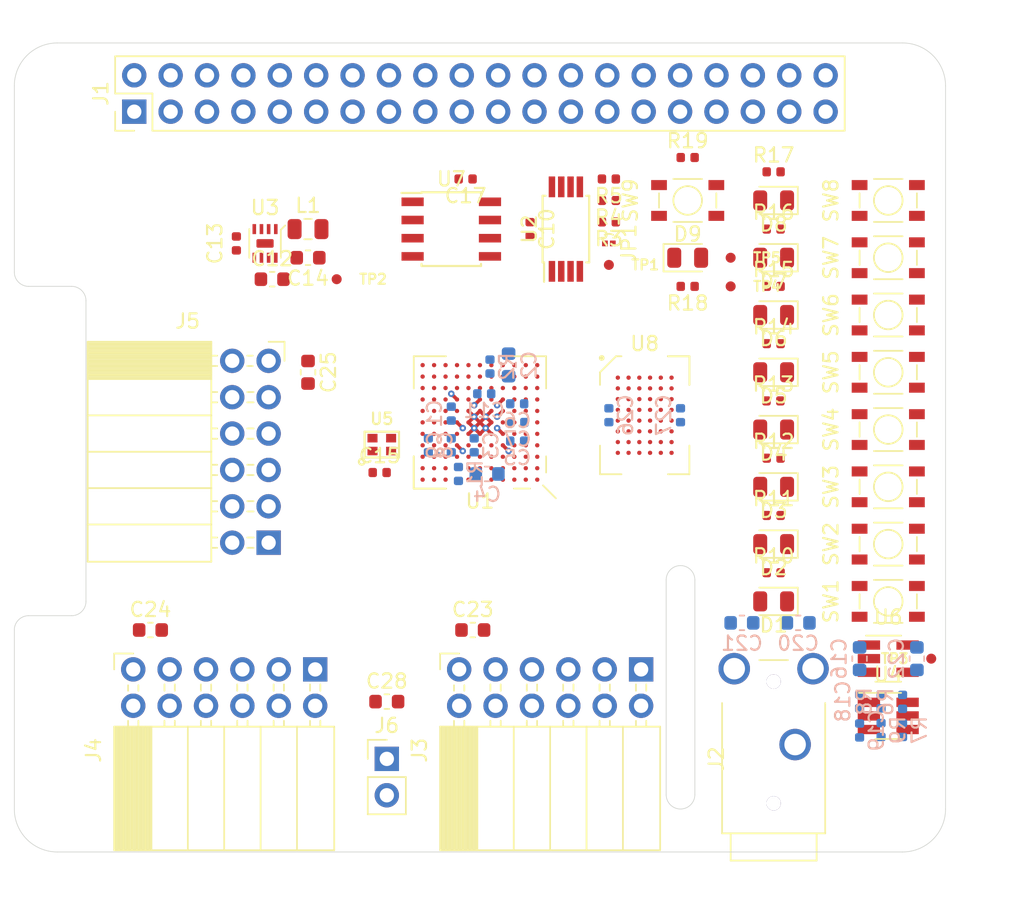
<source format=kicad_pcb>
(kicad_pcb (version 20171130) (host pcbnew 5.1.2+dfsg1-1)
  (layers (0 F.Cu signal) (1 In1.Cu power) (2 In2.Cu power) (31 B.Cu signal) (34 B.Paste user) (35 F.Paste user) (36 B.SilkS user hide) (37 F.SilkS user hide) (38 B.Mask user) (39 F.Mask user) (44 Edge.Cuts user))
  (net 0 "")
  (net 1 GND)
  (net 2 +1V2)
  (net 3 "Net-(C2-Pad2)")
  (net 4 "Net-(C2-Pad1)")
  (net 5 "Net-(C4-Pad2)")
  (net 6 "Net-(C4-Pad1)")
  (net 7 +3V3)
  (net 8 +5V)
  (net 9 "Net-(C13-Pad2)")
  (net 10 "Net-(C18-Pad1)")
  (net 11 "Net-(C19-Pad1)")
  (net 12 "Net-(C20-Pad1)")
  (net 13 "Net-(C21-Pad1)")
  (net 14 +3.3VDAC)
  (net 15 "Net-(D1-Pad1)")
  (net 16 /LED0)
  (net 17 /LED1)
  (net 18 "Net-(D2-Pad1)")
  (net 19 "Net-(D3-Pad1)")
  (net 20 /LED2)
  (net 21 /LED3)
  (net 22 "Net-(D4-Pad1)")
  (net 23 /LED4)
  (net 24 "Net-(D5-Pad1)")
  (net 25 "Net-(D6-Pad1)")
  (net 26 /LED5)
  (net 27 /LED6)
  (net 28 "Net-(D7-Pad1)")
  (net 29 "Net-(D8-Pad1)")
  (net 30 /LED7)
  (net 31 /GP13_FPGA_CDONE)
  (net 32 "Net-(J1-Pad3)")
  (net 33 "Net-(J1-Pad5)")
  (net 34 "Net-(J1-Pad7)")
  (net 35 /GP14_UART_TXD)
  (net 36 /GP15_UART_RXD)
  (net 37 "Net-(J1-Pad11)")
  (net 38 "Net-(J1-Pad12)")
  (net 39 /GP27_SDIO_DAT3)
  (net 40 /GP22_SDIO_CLK)
  (net 41 /GP23_SDIO_CMD)
  (net 42 /GP24_SDIO_DAT0)
  (net 43 /GP10_SPI_MOSI)
  (net 44 /GP9_SPI_MISO)
  (net 45 /GP25_SDIO_DAT1)
  (net 46 /GP11_SPI_SCK)
  (net 47 /GP8_SPI_~CS)
  (net 48 "Net-(J1-Pad26)")
  (net 49 /ID_SD)
  (net 50 /ID_SC)
  (net 51 "Net-(J1-Pad29)")
  (net 52 "Net-(J1-Pad31)")
  (net 53 /GP12_FPGA_~RST)
  (net 54 "Net-(J1-Pad35)")
  (net 55 "Net-(J1-Pad36)")
  (net 56 /GP26_SDIO_DAT2)
  (net 57 "Net-(J1-Pad38)")
  (net 58 "Net-(J1-Pad40)")
  (net 59 /IO0_0)
  (net 60 /IO0_1)
  (net 61 /IO0_2)
  (net 62 /IO0_3)
  (net 63 /IO0_4)
  (net 64 /IO0_5)
  (net 65 /IO0_6)
  (net 66 /IO0_7)
  (net 67 /IO1_7)
  (net 68 /IO1_6)
  (net 69 /IO1_5)
  (net 70 /IO1_4)
  (net 71 /IO1_3)
  (net 72 /IO1_2)
  (net 73 /IO1_1)
  (net 74 /IO1_0)
  (net 75 /IO2_0)
  (net 76 /IO2_1)
  (net 77 /IO2_2)
  (net 78 /IO2_3)
  (net 79 /IO2_4)
  (net 80 /IO2_5)
  (net 81 /IO2_6)
  (net 82 /IO2_7)
  (net 83 "Net-(JP1-Pad1)")
  (net 84 "Net-(L1-Pad1)")
  (net 85 "Net-(R6-Pad2)")
  (net 86 "Net-(R7-Pad2)")
  (net 87 /SW0)
  (net 88 /SW1)
  (net 89 /SW2)
  (net 90 /SW3)
  (net 91 /SW4)
  (net 92 /SW5)
  (net 93 /SW6)
  (net 94 /SW7)
  (net 95 /SRAM_DQ0)
  (net 96 /SRAM_DQ5)
  (net 97 /SRAM_DQ7)
  (net 98 /SRAM_DQ6)
  (net 99 /SRAM_DQ12)
  (net 100 /SRAM_A9)
  (net 101 /SRAM_A2)
  (net 102 /SRAM_A4)
  (net 103 /SRAM_A5)
  (net 104 /SRAM_A10)
  (net 105 /SRAM_DQ1)
  (net 106 /SRAM_DQ4)
  (net 107 /SRAM_DQ8)
  (net 108 /SRAM_DQ10)
  (net 109 /SRAM_DQ13)
  (net 110 /SRAM_DQ15)
  (net 111 /SRAM_A3)
  (net 112 /SRAM_A7)
  (net 113 /SRAM_A6)
  (net 114 /SRAM_A12)
  (net 115 /SRAM_DQ3)
  (net 116 /SRAM_DQ9)
  (net 117 /SRAM_DQ11)
  (net 118 /SRAM_A8)
  (net 119 /SRAM_A0)
  (net 120 /SRAM_A1)
  (net 121 /SRAM_A11)
  (net 122 /SRAM_A13)
  (net 123 /SRAM_A15)
  (net 124 /SRAM_DQ2)
  (net 125 /SRAM_DQ14)
  (net 126 /SRAM_A14)
  (net 127 /SRAM_A17)
  (net 128 /SRAM_A16)
  (net 129 /SRAM_~WE)
  (net 130 /SRAM_~OE)
  (net 131 /SRAM_~LB)
  (net 132 /SRAM_~UB)
  (net 133 /AUDIO_R_PWM)
  (net 134 "Net-(U1-PadB10)")
  (net 135 /CLK_OSC)
  (net 136 /AUDIO_L_PWM)
  (module fpga_hat:MOUNTHOLE_M2.5 (layer F.Cu) (at 161.5 83.5)
    (fp_text reference REF** hide)
    (fp_text value MOUNTHOLE_M2.5 hide)
    (pad "" np_thru_hole circle (at 0 0) (size 2.75 2.75) (drill 2.75) (layers *.Cu *.Mask) (thermal_gap 1.9))
  )
  (module fpga_hat:MOUNTHOLE_M2.5 (layer F.Cu) (at 161.5 133)
    (fp_text reference REF** hide)
    (fp_text value MOUNTHOLE_M2.5 hide)
    (pad "" np_thru_hole circle (at 0 0) (size 2.75 2.75) (drill 2.75) (layers *.Cu *.Mask) (thermal_gap 1.9))
  )
  (module fpga_hat:MOUNTHOLE_M2.5 (layer F.Cu) (at 103.5 133)
    (fp_text reference REF** hide)
    (fp_text value MOUNTHOLE_M2.5 hide)
    (pad "" np_thru_hole circle (at 0 0) (size 2.75 2.75) (drill 2.75) (layers *.Cu *.Mask) (thermal_gap 1.9))
  )
  (module fpga_hat:MOUNTHOLE_M2.5 (layer F.Cu) (at 103.5 83.5)
    (fp_text reference REF** hide)
    (fp_text value MOUNTHOLE_M2.5 hide)
    (pad "" np_thru_hole circle (at 0 0) (size 2.75 2.75) (drill 2.75) (layers *.Cu *.Mask) (thermal_gap 1.9))
  )
  (module Capacitor_SMD:C_0402_1005Metric (layer B.Cu) (at 130.5 105.885 270)
    (fp_text reference C1 (at 0 1.17 90) (layer B.SilkS) (effects (justify mirror)))
    (fp_text value 100n)
    (pad 2 smd roundrect (at 0.485 0 270) (size 0.59 0.64) (layers B.Cu B.Paste B.Mask) (net 1 GND))
    (pad 1 smd roundrect (at -0.485 0 270) (size 0.59 0.64) (layers B.Cu B.Paste B.Mask) (net 2 +1V2))
  )
  (module Capacitor_SMD:C_0603_1608Metric (layer B.Cu) (at 134.5 102.4875 90)
    (fp_text reference C2 (at 0 1.43 90) (layer B.SilkS) (effects (justify mirror)))
    (fp_text value 4u7)
    (pad 2 smd roundrect (at 0.7875 0 90) (size 0.875 0.95) (layers B.Cu B.Paste B.Mask) (net 3 "Net-(C2-Pad2)"))
    (pad 1 smd roundrect (at -0.7875 0 90) (size 0.875 0.95) (layers B.Cu B.Paste B.Mask) (net 4 "Net-(C2-Pad1)"))
  )
  (module Capacitor_SMD:C_0402_1005Metric (layer B.Cu) (at 132.1 108.1 90)
    (fp_text reference C3 (at 0 1.17 90) (layer B.SilkS) (effects (justify mirror)))
    (fp_text value 100n)
    (pad 1 smd roundrect (at -0.485 0 90) (size 0.59 0.64) (layers B.Cu B.Paste B.Mask) (net 2 +1V2))
    (pad 2 smd roundrect (at 0.485 0 90) (size 0.59 0.64) (layers B.Cu B.Paste B.Mask) (net 1 GND))
  )
  (module Capacitor_SMD:C_0603_1608Metric (layer B.Cu) (at 133 110.1)
    (fp_text reference C4 (at 0 1.43) (layer B.SilkS) (effects (justify mirror)))
    (fp_text value 4u7)
    (pad 1 smd roundrect (at -0.7875 0) (size 0.875 0.95) (layers B.Cu B.Paste B.Mask) (net 6 "Net-(C4-Pad1)"))
    (pad 2 smd roundrect (at 0.7875 0) (size 0.875 0.95) (layers B.Cu B.Paste B.Mask) (net 5 "Net-(C4-Pad2)"))
  )
  (module Capacitor_SMD:C_0402_1005Metric (layer B.Cu) (at 135.1 107.8)
    (fp_text reference C5 (at 0 1.17 180) (layer B.SilkS) (effects (justify mirror)))
    (fp_text value 100n)
    (pad 1 smd roundrect (at -0.485 0) (size 0.59 0.64) (layers B.Cu B.Paste B.Mask) (net 2 +1V2))
    (pad 2 smd roundrect (at 0.485 0) (size 0.59 0.64) (layers B.Cu B.Paste B.Mask) (net 1 GND))
  )
  (module Capacitor_SMD:C_0402_1005Metric (layer B.Cu) (at 135.1 105.2)
    (fp_text reference C6 (at 0 1.17) (layer B.SilkS) (effects (justify mirror)))
    (fp_text value 100n)
    (pad 2 smd roundrect (at 0.485 0) (size 0.59 0.64) (layers B.Cu B.Paste B.Mask) (net 1 GND))
    (pad 1 smd roundrect (at -0.485 0) (size 0.59 0.64) (layers B.Cu B.Paste B.Mask) (net 2 +1V2))
  )
  (module Capacitor_SMD:C_0402_1005Metric (layer B.Cu) (at 135.115 106.5)
    (fp_text reference C7 (at 0 1.17 180) (layer B.SilkS) (effects (justify mirror)))
    (fp_text value 100n)
    (pad 2 smd roundrect (at 0.485 0) (size 0.59 0.64) (layers B.Cu B.Paste B.Mask) (net 1 GND))
    (pad 1 smd roundrect (at -0.485 0) (size 0.59 0.64) (layers B.Cu B.Paste B.Mask) (net 7 +3V3))
  )
  (module Capacitor_SMD:C_0402_1005Metric (layer B.Cu) (at 128.9 108.1 90)
    (fp_text reference C8 (at 0 1.17 90) (layer B.SilkS) (effects (justify mirror)))
    (fp_text value 100n)
    (pad 2 smd roundrect (at 0.485 0 90) (size 0.59 0.64) (layers B.Cu B.Paste B.Mask) (net 1 GND))
    (pad 1 smd roundrect (at -0.485 0 90) (size 0.59 0.64) (layers B.Cu B.Paste B.Mask) (net 7 +3V3))
  )
  (module Capacitor_SMD:C_0402_1005Metric (layer B.Cu) (at 130.5 108.1 270)
    (fp_text reference C9 (at 0 1.17 90) (layer B.SilkS) (effects (justify mirror)))
    (fp_text value 100n)
    (pad 2 smd roundrect (at 0.485 0 270) (size 0.59 0.64) (layers B.Cu B.Paste B.Mask) (net 1 GND))
    (pad 1 smd roundrect (at -0.485 0 270) (size 0.59 0.64) (layers B.Cu B.Paste B.Mask) (net 7 +3V3))
  )
  (module Capacitor_SMD:C_0402_1005Metric (layer F.Cu) (at 136 93 270)
    (fp_text reference C10 (at 0 -1.17 90) (layer F.SilkS))
    (fp_text value 100n)
    (pad 2 smd roundrect (at 0.485 0 270) (size 0.59 0.64) (layers F.Cu F.Paste F.Mask) (net 1 GND))
    (pad 1 smd roundrect (at -0.485 0 270) (size 0.59 0.64) (layers F.Cu F.Paste F.Mask) (net 7 +3V3))
  )
  (module Capacitor_SMD:C_0402_1005Metric (layer B.Cu) (at 132.8 104.5)
    (fp_text reference C11 (at 0 1.17) (layer B.SilkS) (effects (justify mirror)))
    (fp_text value 100n)
    (pad 1 smd roundrect (at -0.485 0) (size 0.59 0.64) (layers B.Cu B.Paste B.Mask) (net 7 +3V3))
    (pad 2 smd roundrect (at 0.485 0) (size 0.59 0.64) (layers B.Cu B.Paste B.Mask) (net 1 GND))
  )
  (module Capacitor_SMD:C_0603_1608Metric (layer F.Cu) (at 118 96.5)
    (fp_text reference C12 (at 0 -1.43) (layer F.SilkS))
    (fp_text value 4u7)
    (pad 2 smd roundrect (at 0.7875 0) (size 0.875 0.95) (layers F.Cu F.Paste F.Mask) (net 1 GND))
    (pad 1 smd roundrect (at -0.7875 0) (size 0.875 0.95) (layers F.Cu F.Paste F.Mask) (net 8 +5V))
  )
  (module Capacitor_SMD:C_0402_1005Metric (layer F.Cu) (at 115.5 94 270)
    (fp_text reference C13 (at 0 1.5 90) (layer F.SilkS))
    (fp_text value 560p)
    (pad 1 smd roundrect (at -0.485 0 270) (size 0.59 0.64) (layers F.Cu F.Paste F.Mask) (net 2 +1V2))
    (pad 2 smd roundrect (at 0.485 0 270) (size 0.59 0.64) (layers F.Cu F.Paste F.Mask) (net 9 "Net-(C13-Pad2)"))
  )
  (module Capacitor_SMD:C_0603_1608Metric (layer F.Cu) (at 120.5 95 180)
    (fp_text reference C14 (at 0 -1.43) (layer F.SilkS))
    (fp_text value 4u7)
    (pad 2 smd roundrect (at 0.7875 0 180) (size 0.875 0.95) (layers F.Cu F.Paste F.Mask) (net 1 GND))
    (pad 1 smd roundrect (at -0.7875 0 180) (size 0.875 0.95) (layers F.Cu F.Paste F.Mask) (net 2 +1V2))
  )
  (module Capacitor_SMD:C_0402_1005Metric (layer F.Cu) (at 125.5 110)
    (fp_text reference C15 (at 0 -1.17) (layer F.SilkS))
    (fp_text value 100n)
    (pad 2 smd roundrect (at 0.485 0) (size 0.59 0.64) (layers F.Cu F.Paste F.Mask) (net 1 GND))
    (pad 1 smd roundrect (at -0.485 0) (size 0.59 0.64) (layers F.Cu F.Paste F.Mask) (net 7 +3V3))
  )
  (module Capacitor_SMD:C_0603_1608Metric (layer B.Cu) (at 159 123 270)
    (fp_text reference C16 (at 0 1.43 90) (layer B.SilkS) (effects (justify mirror)))
    (fp_text value 1u)
    (pad 1 smd roundrect (at -0.7875 0 270) (size 0.875 0.95) (layers B.Cu B.Paste B.Mask) (net 8 +5V))
    (pad 2 smd roundrect (at 0.7875 0 270) (size 0.875 0.95) (layers B.Cu B.Paste B.Mask) (net 1 GND))
  )
  (module Capacitor_SMD:C_0402_1005Metric (layer F.Cu) (at 131.5 89.5 180)
    (fp_text reference C17 (at 0 -1.17) (layer F.SilkS))
    (fp_text value 100n)
    (pad 1 smd roundrect (at -0.485 0 180) (size 0.59 0.64) (layers F.Cu F.Paste F.Mask) (net 7 +3V3))
    (pad 2 smd roundrect (at 0.485 0 180) (size 0.59 0.64) (layers F.Cu F.Paste F.Mask) (net 1 GND))
  )
  (module Capacitor_SMD:C_0402_1005Metric (layer B.Cu) (at 159 125.985 270)
    (fp_text reference C18 (at 0 1.17 90) (layer B.SilkS) (effects (justify mirror)))
    (fp_text value 100n)
    (pad 1 smd roundrect (at -0.485 0 270) (size 0.59 0.64) (layers B.Cu B.Paste B.Mask) (net 10 "Net-(C18-Pad1)"))
    (pad 2 smd roundrect (at 0.485 0 270) (size 0.59 0.64) (layers B.Cu B.Paste B.Mask) (net 1 GND))
  )
  (module Capacitor_SMD:C_0402_1005Metric (layer B.Cu) (at 159 128.015 90)
    (fp_text reference C19 (at 0 1.17 90) (layer B.SilkS) (effects (justify mirror)))
    (fp_text value 100n)
    (pad 1 smd roundrect (at -0.485 0 90) (size 0.59 0.64) (layers B.Cu B.Paste B.Mask) (net 11 "Net-(C19-Pad1)"))
    (pad 2 smd roundrect (at 0.485 0 90) (size 0.59 0.64) (layers B.Cu B.Paste B.Mask) (net 1 GND))
  )
  (module Capacitor_SMD:C_0603_1608Metric (layer B.Cu) (at 154.7125 120.5)
    (fp_text reference C20 (at 0 1.43) (layer B.SilkS) (effects (justify mirror)))
    (fp_text value 4u7)
    (pad 1 smd roundrect (at -0.7875 0) (size 0.875 0.95) (layers B.Cu B.Paste B.Mask) (net 12 "Net-(C20-Pad1)"))
    (pad 2 smd roundrect (at 0.7875 0) (size 0.875 0.95) (layers B.Cu B.Paste B.Mask) (net 10 "Net-(C18-Pad1)"))
  )
  (module Capacitor_SMD:C_0603_1608Metric (layer B.Cu) (at 150.7875 120.5)
    (fp_text reference C21 (at 0 1.43) (layer B.SilkS) (effects (justify mirror)))
    (fp_text value 4u7)
    (pad 1 smd roundrect (at -0.7875 0) (size 0.875 0.95) (layers B.Cu B.Paste B.Mask) (net 13 "Net-(C21-Pad1)"))
    (pad 2 smd roundrect (at 0.7875 0) (size 0.875 0.95) (layers B.Cu B.Paste B.Mask) (net 11 "Net-(C19-Pad1)"))
  )
  (module Capacitor_SMD:C_0603_1608Metric (layer B.Cu) (at 163 123 270)
    (fp_text reference C22 (at 0 1.43 90) (layer B.SilkS) (effects (justify mirror)))
    (fp_text value 1u)
    (pad 2 smd roundrect (at 0.7875 0 270) (size 0.875 0.95) (layers B.Cu B.Paste B.Mask) (net 1 GND))
    (pad 1 smd roundrect (at -0.7875 0 270) (size 0.875 0.95) (layers B.Cu B.Paste B.Mask) (net 14 +3.3VDAC))
  )
  (module Capacitor_SMD:C_0603_1608Metric (layer F.Cu) (at 132 121)
    (fp_text reference C23 (at 0 -1.43) (layer F.SilkS))
    (fp_text value 1u)
    (pad 2 smd roundrect (at 0.7875 0) (size 0.875 0.95) (layers F.Cu F.Paste F.Mask) (net 1 GND))
    (pad 1 smd roundrect (at -0.7875 0) (size 0.875 0.95) (layers F.Cu F.Paste F.Mask) (net 7 +3V3))
  )
  (module Capacitor_SMD:C_0603_1608Metric (layer F.Cu) (at 109.5 121)
    (fp_text reference C24 (at 0 -1.43) (layer F.SilkS))
    (fp_text value 1u)
    (pad 1 smd roundrect (at -0.7875 0) (size 0.875 0.95) (layers F.Cu F.Paste F.Mask) (net 7 +3V3))
    (pad 2 smd roundrect (at 0.7875 0) (size 0.875 0.95) (layers F.Cu F.Paste F.Mask) (net 1 GND))
  )
  (module Capacitor_SMD:C_0603_1608Metric (layer F.Cu) (at 120.5 103 270)
    (fp_text reference C25 (at 0 -1.43 90) (layer F.SilkS))
    (fp_text value 1u)
    (pad 2 smd roundrect (at 0.7875 0 270) (size 0.875 0.95) (layers F.Cu F.Paste F.Mask) (net 1 GND))
    (pad 1 smd roundrect (at -0.7875 0 270) (size 0.875 0.95) (layers F.Cu F.Paste F.Mask) (net 7 +3V3))
  )
  (module Capacitor_SMD:C_0402_1005Metric (layer B.Cu) (at 141.5 106 90)
    (fp_text reference C26 (at 0 1.17 270) (layer B.SilkS) (effects (justify mirror)))
    (fp_text value 100n)
    (pad 1 smd roundrect (at -0.485 0 90) (size 0.59 0.64) (layers B.Cu B.Paste B.Mask) (net 7 +3V3))
    (pad 2 smd roundrect (at 0.485 0 90) (size 0.59 0.64) (layers B.Cu B.Paste B.Mask) (net 1 GND))
  )
  (module Capacitor_SMD:C_0402_1005Metric (layer B.Cu) (at 146.5 106 270)
    (fp_text reference C27 (at 0 1.17 270) (layer B.SilkS) (effects (justify mirror)))
    (fp_text value 100n)
    (pad 2 smd roundrect (at 0.485 0 270) (size 0.59 0.64) (layers B.Cu B.Paste B.Mask) (net 1 GND))
    (pad 1 smd roundrect (at -0.485 0 270) (size 0.59 0.64) (layers B.Cu B.Paste B.Mask) (net 7 +3V3))
  )
  (module Capacitor_SMD:C_0603_1608Metric (layer F.Cu) (at 126 126)
    (fp_text reference C28 (at 0 -1.43) (layer F.SilkS))
    (fp_text value 1u)
    (pad 1 smd roundrect (at -0.7875 0) (size 0.875 0.95) (layers F.Cu F.Paste F.Mask) (net 8 +5V))
    (pad 2 smd roundrect (at 0.7875 0) (size 0.875 0.95) (layers F.Cu F.Paste F.Mask) (net 1 GND))
  )
  (module LED_SMD:LED_0805_2012Metric (layer F.Cu) (at 153 119 180)
    (fp_text reference D1 (at 0 -1.65) (layer F.SilkS))
    (fp_text value LED)
    (pad 1 smd roundrect (at -0.9375 0 180) (size 0.975 1.4) (layers F.Cu F.Paste F.Mask) (net 15 "Net-(D1-Pad1)"))
    (pad 2 smd roundrect (at 0.9375 0 180) (size 0.975 1.4) (layers F.Cu F.Paste F.Mask) (net 16 /LED0))
  )
  (module LED_SMD:LED_0805_2012Metric (layer F.Cu) (at 153 115 180)
    (fp_text reference D2 (at 0 -1.65) (layer F.SilkS))
    (fp_text value LED)
    (pad 1 smd roundrect (at -0.9375 0 180) (size 0.975 1.4) (layers F.Cu F.Paste F.Mask) (net 18 "Net-(D2-Pad1)"))
    (pad 2 smd roundrect (at 0.9375 0 180) (size 0.975 1.4) (layers F.Cu F.Paste F.Mask) (net 17 /LED1))
  )
  (module LED_SMD:LED_0805_2012Metric (layer F.Cu) (at 153 111 180)
    (fp_text reference D3 (at 0 -1.65) (layer F.SilkS))
    (fp_text value LED)
    (pad 2 smd roundrect (at 0.9375 0 180) (size 0.975 1.4) (layers F.Cu F.Paste F.Mask) (net 20 /LED2))
    (pad 1 smd roundrect (at -0.9375 0 180) (size 0.975 1.4) (layers F.Cu F.Paste F.Mask) (net 19 "Net-(D3-Pad1)"))
  )
  (module LED_SMD:LED_0805_2012Metric (layer F.Cu) (at 153 107 180)
    (fp_text reference D4 (at 0 -1.65) (layer F.SilkS))
    (fp_text value LED)
    (pad 1 smd roundrect (at -0.9375 0 180) (size 0.975 1.4) (layers F.Cu F.Paste F.Mask) (net 22 "Net-(D4-Pad1)"))
    (pad 2 smd roundrect (at 0.9375 0 180) (size 0.975 1.4) (layers F.Cu F.Paste F.Mask) (net 21 /LED3))
  )
  (module LED_SMD:LED_0805_2012Metric (layer F.Cu) (at 153 103 180)
    (fp_text reference D5 (at 0 -1.65) (layer F.SilkS))
    (fp_text value LED)
    (pad 2 smd roundrect (at 0.9375 0 180) (size 0.975 1.4) (layers F.Cu F.Paste F.Mask) (net 23 /LED4))
    (pad 1 smd roundrect (at -0.9375 0 180) (size 0.975 1.4) (layers F.Cu F.Paste F.Mask) (net 24 "Net-(D5-Pad1)"))
  )
  (module LED_SMD:LED_0805_2012Metric (layer F.Cu) (at 153 99 180)
    (fp_text reference D6 (at 0 -1.65) (layer F.SilkS))
    (fp_text value LED)
    (pad 1 smd roundrect (at -0.9375 0 180) (size 0.975 1.4) (layers F.Cu F.Paste F.Mask) (net 25 "Net-(D6-Pad1)"))
    (pad 2 smd roundrect (at 0.9375 0 180) (size 0.975 1.4) (layers F.Cu F.Paste F.Mask) (net 26 /LED5))
  )
  (module LED_SMD:LED_0805_2012Metric (layer F.Cu) (at 153 95 180)
    (fp_text reference D7 (at 0 -1.65) (layer F.SilkS))
    (fp_text value LED)
    (pad 2 smd roundrect (at 0.9375 0 180) (size 0.975 1.4) (layers F.Cu F.Paste F.Mask) (net 27 /LED6))
    (pad 1 smd roundrect (at -0.9375 0 180) (size 0.975 1.4) (layers F.Cu F.Paste F.Mask) (net 28 "Net-(D7-Pad1)"))
  )
  (module LED_SMD:LED_0805_2012Metric (layer F.Cu) (at 153 91 180)
    (fp_text reference D8 (at 0 -1.65) (layer F.SilkS))
    (fp_text value LED)
    (pad 1 smd roundrect (at -0.9375 0 180) (size 0.975 1.4) (layers F.Cu F.Paste F.Mask) (net 29 "Net-(D8-Pad1)"))
    (pad 2 smd roundrect (at 0.9375 0 180) (size 0.975 1.4) (layers F.Cu F.Paste F.Mask) (net 30 /LED7))
  )
  (module LED_SMD:LED_0805_2012Metric (layer F.Cu) (at 147 95)
    (fp_text reference D9 (at 0 -1.65) (layer F.SilkS))
    (fp_text value LED)
    (pad 2 smd roundrect (at 0.9375 0) (size 0.975 1.4) (layers F.Cu F.Paste F.Mask) (net 31 /GP13_FPGA_CDONE))
    (pad 1 smd roundrect (at -0.9375 0) (size 0.975 1.4) (layers F.Cu F.Paste F.Mask) (net 1 GND))
  )
  (module Connector_PinHeader_2.54mm:PinHeader_2x20_P2.54mm_Vertical (layer F.Cu) (at 108.37 84.8 90)
    (fp_text reference J1 (at 1.27 -2.33 90) (layer F.SilkS))
    (fp_text value 2x20)
    (pad 1 thru_hole rect (at 0 0 90) (size 1.7 1.7) (drill 1) (layers *.Cu *.Mask) (net 7 +3V3))
    (pad 2 thru_hole oval (at 2.54 0 90) (size 1.7 1.7) (drill 1) (layers *.Cu *.Mask) (net 8 +5V))
    (pad 3 thru_hole oval (at 0 2.54 90) (size 1.7 1.7) (drill 1) (layers *.Cu *.Mask) (net 32 "Net-(J1-Pad3)"))
    (pad 4 thru_hole oval (at 2.54 2.54 90) (size 1.7 1.7) (drill 1) (layers *.Cu *.Mask) (net 8 +5V))
    (pad 5 thru_hole oval (at 0 5.08 90) (size 1.7 1.7) (drill 1) (layers *.Cu *.Mask) (net 33 "Net-(J1-Pad5)"))
    (pad 6 thru_hole oval (at 2.54 5.08 90) (size 1.7 1.7) (drill 1) (layers *.Cu *.Mask) (net 1 GND))
    (pad 7 thru_hole oval (at 0 7.62 90) (size 1.7 1.7) (drill 1) (layers *.Cu *.Mask) (net 34 "Net-(J1-Pad7)"))
    (pad 8 thru_hole oval (at 2.54 7.62 90) (size 1.7 1.7) (drill 1) (layers *.Cu *.Mask) (net 35 /GP14_UART_TXD))
    (pad 9 thru_hole oval (at 0 10.16 90) (size 1.7 1.7) (drill 1) (layers *.Cu *.Mask) (net 1 GND))
    (pad 10 thru_hole oval (at 2.54 10.16 90) (size 1.7 1.7) (drill 1) (layers *.Cu *.Mask) (net 36 /GP15_UART_RXD))
    (pad 11 thru_hole oval (at 0 12.7 90) (size 1.7 1.7) (drill 1) (layers *.Cu *.Mask) (net 37 "Net-(J1-Pad11)"))
    (pad 12 thru_hole oval (at 2.54 12.7 90) (size 1.7 1.7) (drill 1) (layers *.Cu *.Mask) (net 38 "Net-(J1-Pad12)"))
    (pad 13 thru_hole oval (at 0 15.24 90) (size 1.7 1.7) (drill 1) (layers *.Cu *.Mask) (net 39 /GP27_SDIO_DAT3))
    (pad 14 thru_hole oval (at 2.54 15.24 90) (size 1.7 1.7) (drill 1) (layers *.Cu *.Mask) (net 1 GND))
    (pad 15 thru_hole oval (at 0 17.78 90) (size 1.7 1.7) (drill 1) (layers *.Cu *.Mask) (net 40 /GP22_SDIO_CLK))
    (pad 16 thru_hole oval (at 2.54 17.78 90) (size 1.7 1.7) (drill 1) (layers *.Cu *.Mask) (net 41 /GP23_SDIO_CMD))
    (pad 17 thru_hole oval (at 0 20.32 90) (size 1.7 1.7) (drill 1) (layers *.Cu *.Mask) (net 7 +3V3))
    (pad 18 thru_hole oval (at 2.54 20.32 90) (size 1.7 1.7) (drill 1) (layers *.Cu *.Mask) (net 42 /GP24_SDIO_DAT0))
    (pad 19 thru_hole oval (at 0 22.86 90) (size 1.7 1.7) (drill 1) (layers *.Cu *.Mask) (net 43 /GP10_SPI_MOSI))
    (pad 20 thru_hole oval (at 2.54 22.86 90) (size 1.7 1.7) (drill 1) (layers *.Cu *.Mask) (net 1 GND))
    (pad 21 thru_hole oval (at 0 25.4 90) (size 1.7 1.7) (drill 1) (layers *.Cu *.Mask) (net 44 /GP9_SPI_MISO))
    (pad 22 thru_hole oval (at 2.54 25.4 90) (size 1.7 1.7) (drill 1) (layers *.Cu *.Mask) (net 45 /GP25_SDIO_DAT1))
    (pad 23 thru_hole oval (at 0 27.94 90) (size 1.7 1.7) (drill 1) (layers *.Cu *.Mask) (net 46 /GP11_SPI_SCK))
    (pad 24 thru_hole oval (at 2.54 27.94 90) (size 1.7 1.7) (drill 1) (layers *.Cu *.Mask) (net 47 /GP8_SPI_~CS))
    (pad 25 thru_hole oval (at 0 30.48 90) (size 1.7 1.7) (drill 1) (layers *.Cu *.Mask) (net 1 GND))
    (pad 26 thru_hole oval (at 2.54 30.48 90) (size 1.7 1.7) (drill 1) (layers *.Cu *.Mask) (net 48 "Net-(J1-Pad26)"))
    (pad 27 thru_hole oval (at 0 33.02 90) (size 1.7 1.7) (drill 1) (layers *.Cu *.Mask) (net 49 /ID_SD))
    (pad 28 thru_hole oval (at 2.54 33.02 90) (size 1.7 1.7) (drill 1) (layers *.Cu *.Mask) (net 50 /ID_SC))
    (pad 29 thru_hole oval (at 0 35.56 90) (size 1.7 1.7) (drill 1) (layers *.Cu *.Mask) (net 51 "Net-(J1-Pad29)"))
    (pad 30 thru_hole oval (at 2.54 35.56 90) (size 1.7 1.7) (drill 1) (layers *.Cu *.Mask) (net 1 GND))
    (pad 31 thru_hole oval (at 0 38.1 90) (size 1.7 1.7) (drill 1) (layers *.Cu *.Mask) (net 52 "Net-(J1-Pad31)"))
    (pad 32 thru_hole oval (at 2.54 38.1 90) (size 1.7 1.7) (drill 1) (layers *.Cu *.Mask) (net 53 /GP12_FPGA_~RST))
    (pad 33 thru_hole oval (at 0 40.64 90) (size 1.7 1.7) (drill 1) (layers *.Cu *.Mask) (net 31 /GP13_FPGA_CDONE))
    (pad 34 thru_hole oval (at 2.54 40.64 90) (size 1.7 1.7) (drill 1) (layers *.Cu *.Mask) (net 1 GND))
    (pad 35 thru_hole oval (at 0 43.18 90) (size 1.7 1.7) (drill 1) (layers *.Cu *.Mask) (net 54 "Net-(J1-Pad35)"))
    (pad 36 thru_hole oval (at 2.54 43.18 90) (size 1.7 1.7) (drill 1) (layers *.Cu *.Mask) (net 55 "Net-(J1-Pad36)"))
    (pad 37 thru_hole oval (at 0 45.72 90) (size 1.7 1.7) (drill 1) (layers *.Cu *.Mask) (net 56 /GP26_SDIO_DAT2))
    (pad 38 thru_hole oval (at 2.54 45.72 90) (size 1.7 1.7) (drill 1) (layers *.Cu *.Mask) (net 57 "Net-(J1-Pad38)"))
    (pad 39 thru_hole oval (at 0 48.26 90) (size 1.7 1.7) (drill 1) (layers *.Cu *.Mask) (net 1 GND))
    (pad 40 thru_hole oval (at 2.54 48.26 90) (size 1.7 1.7) (drill 1) (layers *.Cu *.Mask) (net 58 "Net-(J1-Pad40)"))
  )
  (module fpga_hat:STX-3000_TRS_3.5mm (layer F.Cu) (at 153 129 90)
    (fp_text reference J2 (at -1 -4 90) (layer F.SilkS))
    (fp_text value AudioJack3)
    (pad ~ thru_hole circle (at -4.1 0 90) (size 1 1) (drill 1) (layers *.Cu *.Mask))
    (pad ~ thru_hole circle (at 4.4 0 90) (size 1 1) (drill 1) (layers *.Cu *.Mask))
    (pad S thru_hole circle (at 0 1.5 90) (size 2.2 2.2) (drill 1.5) (layers *.Cu *.Mask) (net 1 GND))
    (pad R thru_hole circle (at 5.3 -2.75 90) (size 2.2 2.2) (drill 1.5) (layers *.Cu *.Mask) (net 13 "Net-(C21-Pad1)"))
    (pad T thru_hole circle (at 5.3 2.75 90) (size 2.2 2.2) (drill 1.5) (layers *.Cu *.Mask) (net 12 "Net-(C20-Pad1)"))
  )
  (module fpga_hat:PinSocket_2x06_P2.54mm_Horizontal (layer F.Cu) (at 143.75 123.75 90)
    (fp_text reference J3 (at -5.65 -15.47 90) (layer F.SilkS))
    (fp_text value Conn_02x06_Top_Bottom)
    (pad 6 thru_hole circle (at 0 -12.7 90) (size 1.7 1.7) (drill 1) (layers *.Cu *.Mask) (net 7 +3V3))
    (pad 12 thru_hole oval (at -2.54 -12.7 90) (size 1.7 1.7) (drill 1) (layers *.Cu *.Mask) (net 7 +3V3))
    (pad 5 thru_hole oval (at 0 -10.16 90) (size 1.7 1.7) (drill 1) (layers *.Cu *.Mask) (net 1 GND))
    (pad 11 thru_hole oval (at -2.54 -10.16 90) (size 1.7 1.7) (drill 1) (layers *.Cu *.Mask) (net 1 GND))
    (pad 4 thru_hole oval (at 0 -7.62 90) (size 1.7 1.7) (drill 1) (layers *.Cu *.Mask) (net 62 /IO0_3))
    (pad 10 thru_hole oval (at -2.54 -7.62 90) (size 1.7 1.7) (drill 1) (layers *.Cu *.Mask) (net 66 /IO0_7))
    (pad 3 thru_hole oval (at 0 -5.08 90) (size 1.7 1.7) (drill 1) (layers *.Cu *.Mask) (net 61 /IO0_2))
    (pad 9 thru_hole oval (at -2.54 -5.08 90) (size 1.7 1.7) (drill 1) (layers *.Cu *.Mask) (net 65 /IO0_6))
    (pad 2 thru_hole oval (at 0 -2.54 90) (size 1.7 1.7) (drill 1) (layers *.Cu *.Mask) (net 60 /IO0_1))
    (pad 8 thru_hole oval (at -2.54 -2.54 90) (size 1.7 1.7) (drill 1) (layers *.Cu *.Mask) (net 64 /IO0_5))
    (pad 1 thru_hole rect (at 0 0 90) (size 1.7 1.7) (drill 1) (layers *.Cu *.Mask) (net 59 /IO0_0))
    (pad 7 thru_hole oval (at -2.54 0 90) (size 1.7 1.7) (drill 1) (layers *.Cu *.Mask) (net 63 /IO0_4))
  )
  (module fpga_hat:PinSocket_2x06_P2.54mm_Horizontal (layer F.Cu) (at 121 123.75 90)
    (fp_text reference J4 (at -5.65 -15.47 90) (layer F.SilkS))
    (fp_text value Conn_02x06_Top_Bottom)
    (pad 7 thru_hole oval (at -2.54 0 90) (size 1.7 1.7) (drill 1) (layers *.Cu *.Mask) (net 70 /IO1_4))
    (pad 1 thru_hole rect (at 0 0 90) (size 1.7 1.7) (drill 1) (layers *.Cu *.Mask) (net 74 /IO1_0))
    (pad 8 thru_hole oval (at -2.54 -2.54 90) (size 1.7 1.7) (drill 1) (layers *.Cu *.Mask) (net 69 /IO1_5))
    (pad 2 thru_hole oval (at 0 -2.54 90) (size 1.7 1.7) (drill 1) (layers *.Cu *.Mask) (net 73 /IO1_1))
    (pad 9 thru_hole oval (at -2.54 -5.08 90) (size 1.7 1.7) (drill 1) (layers *.Cu *.Mask) (net 68 /IO1_6))
    (pad 3 thru_hole oval (at 0 -5.08 90) (size 1.7 1.7) (drill 1) (layers *.Cu *.Mask) (net 72 /IO1_2))
    (pad 10 thru_hole oval (at -2.54 -7.62 90) (size 1.7 1.7) (drill 1) (layers *.Cu *.Mask) (net 67 /IO1_7))
    (pad 4 thru_hole oval (at 0 -7.62 90) (size 1.7 1.7) (drill 1) (layers *.Cu *.Mask) (net 71 /IO1_3))
    (pad 11 thru_hole oval (at -2.54 -10.16 90) (size 1.7 1.7) (drill 1) (layers *.Cu *.Mask) (net 1 GND))
    (pad 5 thru_hole oval (at 0 -10.16 90) (size 1.7 1.7) (drill 1) (layers *.Cu *.Mask) (net 1 GND))
    (pad 12 thru_hole oval (at -2.54 -12.7 90) (size 1.7 1.7) (drill 1) (layers *.Cu *.Mask) (net 7 +3V3))
    (pad 6 thru_hole circle (at 0 -12.7 90) (size 1.7 1.7) (drill 1) (layers *.Cu *.Mask) (net 7 +3V3))
  )
  (module fpga_hat:PinSocket_2x06_P2.54mm_Horizontal (layer F.Cu) (at 117.75 114.9)
    (fp_text reference J5 (at -5.65 -15.47) (layer F.SilkS))
    (fp_text value Conn_02x06_Top_Bottom)
    (pad 6 thru_hole circle (at 0 -12.7) (size 1.7 1.7) (drill 1) (layers *.Cu *.Mask) (net 7 +3V3))
    (pad 12 thru_hole oval (at -2.54 -12.7) (size 1.7 1.7) (drill 1) (layers *.Cu *.Mask) (net 7 +3V3))
    (pad 5 thru_hole oval (at 0 -10.16) (size 1.7 1.7) (drill 1) (layers *.Cu *.Mask) (net 1 GND))
    (pad 11 thru_hole oval (at -2.54 -10.16) (size 1.7 1.7) (drill 1) (layers *.Cu *.Mask) (net 1 GND))
    (pad 4 thru_hole oval (at 0 -7.62) (size 1.7 1.7) (drill 1) (layers *.Cu *.Mask) (net 78 /IO2_3))
    (pad 10 thru_hole oval (at -2.54 -7.62) (size 1.7 1.7) (drill 1) (layers *.Cu *.Mask) (net 82 /IO2_7))
    (pad 3 thru_hole oval (at 0 -5.08) (size 1.7 1.7) (drill 1) (layers *.Cu *.Mask) (net 77 /IO2_2))
    (pad 9 thru_hole oval (at -2.54 -5.08) (size 1.7 1.7) (drill 1) (layers *.Cu *.Mask) (net 81 /IO2_6))
    (pad 2 thru_hole oval (at 0 -2.54) (size 1.7 1.7) (drill 1) (layers *.Cu *.Mask) (net 76 /IO2_1))
    (pad 8 thru_hole oval (at -2.54 -2.54) (size 1.7 1.7) (drill 1) (layers *.Cu *.Mask) (net 80 /IO2_5))
    (pad 1 thru_hole rect (at 0 0) (size 1.7 1.7) (drill 1) (layers *.Cu *.Mask) (net 75 /IO2_0))
    (pad 7 thru_hole oval (at -2.54 0) (size 1.7 1.7) (drill 1) (layers *.Cu *.Mask) (net 79 /IO2_4))
  )
  (module Connector_PinHeader_2.54mm:PinHeader_1x02_P2.54mm_Vertical (layer F.Cu) (at 126 130)
    (fp_text reference J6 (at 0 -2.33) (layer F.SilkS))
    (fp_text value Conn_01x02)
    (pad 1 thru_hole rect (at 0 0) (size 1.7 1.7) (drill 1) (layers *.Cu *.Mask) (net 8 +5V))
    (pad 2 thru_hole oval (at 0 2.54) (size 1.7 1.7) (drill 1) (layers *.Cu *.Mask) (net 1 GND))
  )
  (module fpga_hat:SOLDER_JUMP (layer F.Cu) (at 141.5 94 90)
    (fp_text reference JP1 (at 0 1.4 90) (layer F.SilkS))
    (fp_text value "Solder jumper")
    (pad 1 smd rect (at 0 -0.275 90) (size 0.4 0.4) (layers F.Cu F.Paste F.Mask) (net 83 "Net-(JP1-Pad1)"))
    (pad 2 smd rect (at 0 0.275 90) (size 0.4 0.4) (layers F.Cu F.Paste F.Mask) (net 1 GND))
  )
  (module Inductor_SMD:L_0805_2012Metric (layer F.Cu) (at 120.5 93)
    (fp_text reference L1 (at 0 -1.65) (layer F.SilkS))
    (fp_text value 1u)
    (pad 1 smd roundrect (at -0.9375 0) (size 0.975 1.4) (layers F.Cu F.Paste F.Mask) (net 84 "Net-(L1-Pad1)"))
    (pad 2 smd roundrect (at 0.9375 0) (size 0.975 1.4) (layers F.Cu F.Paste F.Mask) (net 2 +1V2))
  )
  (module Resistor_SMD:R_0402_1005Metric (layer B.Cu) (at 131 110.1 90)
    (fp_text reference R1 (at 0 1.17 90) (layer B.SilkS) (effects (justify mirror)))
    (fp_text value 100)
    (pad 1 smd roundrect (at -0.485 0 90) (size 0.59 0.64) (layers B.Cu B.Paste B.Mask) (net 6 "Net-(C4-Pad1)"))
    (pad 2 smd roundrect (at 0.485 0 90) (size 0.59 0.64) (layers B.Cu B.Paste B.Mask) (net 2 +1V2))
  )
  (module Resistor_SMD:R_0402_1005Metric (layer B.Cu) (at 133.2 102.6 90)
    (fp_text reference R2 (at 0 1.17 90) (layer B.SilkS) (effects (justify mirror)))
    (fp_text value 100)
    (pad 2 smd roundrect (at 0.485 0 90) (size 0.59 0.64) (layers B.Cu B.Paste B.Mask) (net 2 +1V2))
    (pad 1 smd roundrect (at -0.485 0 90) (size 0.59 0.64) (layers B.Cu B.Paste B.Mask) (net 4 "Net-(C2-Pad1)"))
  )
  (module Resistor_SMD:R_0402_1005Metric (layer F.Cu) (at 141.5 92.5 180)
    (fp_text reference R3 (at 0 -1.17) (layer F.SilkS))
    (fp_text value 470)
    (pad 1 smd roundrect (at -0.485 0 180) (size 0.59 0.64) (layers F.Cu F.Paste F.Mask) (net 7 +3V3))
    (pad 2 smd roundrect (at 0.485 0 180) (size 0.59 0.64) (layers F.Cu F.Paste F.Mask) (net 83 "Net-(JP1-Pad1)"))
  )
  (module Resistor_SMD:R_0402_1005Metric (layer F.Cu) (at 141.5 91 180)
    (fp_text reference R4 (at 0 -1.17) (layer F.SilkS))
    (fp_text value 4k7)
    (pad 1 smd roundrect (at -0.485 0 180) (size 0.59 0.64) (layers F.Cu F.Paste F.Mask) (net 7 +3V3))
    (pad 2 smd roundrect (at 0.485 0 180) (size 0.59 0.64) (layers F.Cu F.Paste F.Mask) (net 50 /ID_SC))
  )
  (module Resistor_SMD:R_0402_1005Metric (layer F.Cu) (at 141.5 89.5 180)
    (fp_text reference R5 (at 0 -1.17) (layer F.SilkS))
    (fp_text value 4k7)
    (pad 2 smd roundrect (at 0.485 0 180) (size 0.59 0.64) (layers F.Cu F.Paste F.Mask) (net 50 /ID_SC))
    (pad 1 smd roundrect (at -0.485 0 180) (size 0.59 0.64) (layers F.Cu F.Paste F.Mask) (net 7 +3V3))
  )
  (module Resistor_SMD:R_0402_1005Metric (layer B.Cu) (at 162 126.015 270)
    (fp_text reference R6 (at 0 1.17 90) (layer B.SilkS) (effects (justify mirror)))
    (fp_text value 220)
    (pad 2 smd roundrect (at 0.485 0 270) (size 0.59 0.64) (layers B.Cu B.Paste B.Mask) (net 85 "Net-(R6-Pad2)"))
    (pad 1 smd roundrect (at -0.485 0 270) (size 0.59 0.64) (layers B.Cu B.Paste B.Mask) (net 10 "Net-(C18-Pad1)"))
  )
  (module Resistor_SMD:R_0402_1005Metric (layer B.Cu) (at 162 127.985 90)
    (fp_text reference R7 (at 0 1.17 90) (layer B.SilkS) (effects (justify mirror)))
    (fp_text value 220)
    (pad 2 smd roundrect (at 0.485 0 90) (size 0.59 0.64) (layers B.Cu B.Paste B.Mask) (net 86 "Net-(R7-Pad2)"))
    (pad 1 smd roundrect (at -0.485 0 90) (size 0.59 0.64) (layers B.Cu B.Paste B.Mask) (net 11 "Net-(C19-Pad1)"))
  )
  (module Resistor_SMD:R_0402_1005Metric (layer B.Cu) (at 160.5 125.985 270)
    (fp_text reference R8 (at 0 1.17 90) (layer B.SilkS) (effects (justify mirror)))
    (fp_text value 100)
    (pad 1 smd roundrect (at -0.485 0 270) (size 0.59 0.64) (layers B.Cu B.Paste B.Mask) (net 10 "Net-(C18-Pad1)"))
    (pad 2 smd roundrect (at 0.485 0 270) (size 0.59 0.64) (layers B.Cu B.Paste B.Mask) (net 1 GND))
  )
  (module Resistor_SMD:R_0402_1005Metric (layer B.Cu) (at 160.5 127.985 90)
    (fp_text reference R9 (at 0 1.17 90) (layer B.SilkS) (effects (justify mirror)))
    (fp_text value 100)
    (pad 1 smd roundrect (at -0.485 0 90) (size 0.59 0.64) (layers B.Cu B.Paste B.Mask) (net 11 "Net-(C19-Pad1)"))
    (pad 2 smd roundrect (at 0.485 0 90) (size 0.59 0.64) (layers B.Cu B.Paste B.Mask) (net 1 GND))
  )
  (module Resistor_SMD:R_0402_1005Metric (layer F.Cu) (at 153 117)
    (fp_text reference R10 (at 0 -1.17) (layer F.SilkS))
    (fp_text value 470)
    (pad 1 smd roundrect (at -0.485 0) (size 0.59 0.64) (layers F.Cu F.Paste F.Mask) (net 1 GND))
    (pad 2 smd roundrect (at 0.485 0) (size 0.59 0.64) (layers F.Cu F.Paste F.Mask) (net 15 "Net-(D1-Pad1)"))
  )
  (module Resistor_SMD:R_0402_1005Metric (layer F.Cu) (at 153 113)
    (fp_text reference R11 (at 0 -1.17) (layer F.SilkS))
    (fp_text value 470)
    (pad 1 smd roundrect (at -0.485 0) (size 0.59 0.64) (layers F.Cu F.Paste F.Mask) (net 1 GND))
    (pad 2 smd roundrect (at 0.485 0) (size 0.59 0.64) (layers F.Cu F.Paste F.Mask) (net 18 "Net-(D2-Pad1)"))
  )
  (module Resistor_SMD:R_0402_1005Metric (layer F.Cu) (at 153 109)
    (fp_text reference R12 (at 0 -1.17) (layer F.SilkS))
    (fp_text value 470)
    (pad 2 smd roundrect (at 0.485 0) (size 0.59 0.64) (layers F.Cu F.Paste F.Mask) (net 19 "Net-(D3-Pad1)"))
    (pad 1 smd roundrect (at -0.485 0) (size 0.59 0.64) (layers F.Cu F.Paste F.Mask) (net 1 GND))
  )
  (module Resistor_SMD:R_0402_1005Metric (layer F.Cu) (at 152.985 105)
    (fp_text reference R13 (at 0 -1.17) (layer F.SilkS))
    (fp_text value 470)
    (pad 1 smd roundrect (at -0.485 0) (size 0.59 0.64) (layers F.Cu F.Paste F.Mask) (net 1 GND))
    (pad 2 smd roundrect (at 0.485 0) (size 0.59 0.64) (layers F.Cu F.Paste F.Mask) (net 22 "Net-(D4-Pad1)"))
  )
  (module Resistor_SMD:R_0402_1005Metric (layer F.Cu) (at 153 101)
    (fp_text reference R14 (at 0 -1.17) (layer F.SilkS))
    (fp_text value 470)
    (pad 2 smd roundrect (at 0.485 0) (size 0.59 0.64) (layers F.Cu F.Paste F.Mask) (net 24 "Net-(D5-Pad1)"))
    (pad 1 smd roundrect (at -0.485 0) (size 0.59 0.64) (layers F.Cu F.Paste F.Mask) (net 1 GND))
  )
  (module Resistor_SMD:R_0402_1005Metric (layer F.Cu) (at 153 97)
    (fp_text reference R15 (at 0 -1.17) (layer F.SilkS))
    (fp_text value 470)
    (pad 2 smd roundrect (at 0.485 0) (size 0.59 0.64) (layers F.Cu F.Paste F.Mask) (net 25 "Net-(D6-Pad1)"))
    (pad 1 smd roundrect (at -0.485 0) (size 0.59 0.64) (layers F.Cu F.Paste F.Mask) (net 1 GND))
  )
  (module Resistor_SMD:R_0402_1005Metric (layer F.Cu) (at 153 93)
    (fp_text reference R16 (at 0 -1.17) (layer F.SilkS))
    (fp_text value 470)
    (pad 1 smd roundrect (at -0.485 0) (size 0.59 0.64) (layers F.Cu F.Paste F.Mask) (net 1 GND))
    (pad 2 smd roundrect (at 0.485 0) (size 0.59 0.64) (layers F.Cu F.Paste F.Mask) (net 28 "Net-(D7-Pad1)"))
  )
  (module Resistor_SMD:R_0402_1005Metric (layer F.Cu) (at 153 89)
    (fp_text reference R17 (at 0 -1.17) (layer F.SilkS))
    (fp_text value 470)
    (pad 2 smd roundrect (at 0.485 0) (size 0.59 0.64) (layers F.Cu F.Paste F.Mask) (net 29 "Net-(D8-Pad1)"))
    (pad 1 smd roundrect (at -0.485 0) (size 0.59 0.64) (layers F.Cu F.Paste F.Mask) (net 1 GND))
  )
  (module Resistor_SMD:R_0402_1005Metric (layer F.Cu) (at 147 97 180)
    (fp_text reference R18 (at 0 -1.17) (layer F.SilkS))
    (fp_text value 470)
    (pad 1 smd roundrect (at -0.485 0 180) (size 0.59 0.64) (layers F.Cu F.Paste F.Mask) (net 31 /GP13_FPGA_CDONE))
    (pad 2 smd roundrect (at 0.485 0 180) (size 0.59 0.64) (layers F.Cu F.Paste F.Mask) (net 7 +3V3))
  )
  (module Resistor_SMD:R_0402_1005Metric (layer F.Cu) (at 147 88)
    (fp_text reference R19 (at 0 -1.17) (layer F.SilkS))
    (fp_text value 4k7)
    (pad 2 smd roundrect (at 0.485 0) (size 0.59 0.64) (layers F.Cu F.Paste F.Mask) (net 53 /GP12_FPGA_~RST))
    (pad 1 smd roundrect (at -0.485 0) (size 0.59 0.64) (layers F.Cu F.Paste F.Mask) (net 7 +3V3))
  )
  (module fpga_hat:PTS815 (layer F.Cu) (at 161 119 270)
    (fp_text reference SW1 (at 0 4 270) (layer F.SilkS))
    (fp_text value PTS815)
    (pad ~ smd rect (at -1.075 2) (size 1.1 0.7) (layers F.Cu F.Paste F.Mask))
    (pad ~ smd rect (at 1.075 2) (size 1.1 0.7) (layers F.Cu F.Paste F.Mask))
    (pad 2 smd rect (at 1.075 -2) (size 1.1 0.7) (layers F.Cu F.Paste F.Mask) (net 1 GND))
    (pad 1 smd rect (at -1.075 -2) (size 1.1 0.7) (layers F.Cu F.Paste F.Mask) (net 87 /SW0))
  )
  (module fpga_hat:PTS815 (layer F.Cu) (at 161 115 270)
    (fp_text reference SW2 (at 0 4 270) (layer F.SilkS))
    (fp_text value PTS815)
    (pad 1 smd rect (at -1.075 -2) (size 1.1 0.7) (layers F.Cu F.Paste F.Mask) (net 88 /SW1))
    (pad 2 smd rect (at 1.075 -2) (size 1.1 0.7) (layers F.Cu F.Paste F.Mask) (net 1 GND))
    (pad ~ smd rect (at 1.075 2) (size 1.1 0.7) (layers F.Cu F.Paste F.Mask))
    (pad ~ smd rect (at -1.075 2) (size 1.1 0.7) (layers F.Cu F.Paste F.Mask))
  )
  (module fpga_hat:PTS815 (layer F.Cu) (at 161 111 270)
    (fp_text reference SW3 (at 0 4 270) (layer F.SilkS))
    (fp_text value PTS815)
    (pad ~ smd rect (at -1.075 2) (size 1.1 0.7) (layers F.Cu F.Paste F.Mask))
    (pad ~ smd rect (at 1.075 2) (size 1.1 0.7) (layers F.Cu F.Paste F.Mask))
    (pad 2 smd rect (at 1.075 -2) (size 1.1 0.7) (layers F.Cu F.Paste F.Mask) (net 1 GND))
    (pad 1 smd rect (at -1.075 -2) (size 1.1 0.7) (layers F.Cu F.Paste F.Mask) (net 89 /SW2))
  )
  (module fpga_hat:PTS815 (layer F.Cu) (at 161 107 270)
    (fp_text reference SW4 (at 0 4 270) (layer F.SilkS))
    (fp_text value PTS815)
    (pad ~ smd rect (at -1.075 2) (size 1.1 0.7) (layers F.Cu F.Paste F.Mask))
    (pad ~ smd rect (at 1.075 2) (size 1.1 0.7) (layers F.Cu F.Paste F.Mask))
    (pad 2 smd rect (at 1.075 -2) (size 1.1 0.7) (layers F.Cu F.Paste F.Mask) (net 1 GND))
    (pad 1 smd rect (at -1.075 -2) (size 1.1 0.7) (layers F.Cu F.Paste F.Mask) (net 90 /SW3))
  )
  (module fpga_hat:PTS815 (layer F.Cu) (at 161 103 270)
    (fp_text reference SW5 (at 0 4 270) (layer F.SilkS))
    (fp_text value PTS815)
    (pad 1 smd rect (at -1.075 -2) (size 1.1 0.7) (layers F.Cu F.Paste F.Mask) (net 91 /SW4))
    (pad 2 smd rect (at 1.075 -2) (size 1.1 0.7) (layers F.Cu F.Paste F.Mask) (net 1 GND))
    (pad ~ smd rect (at 1.075 2) (size 1.1 0.7) (layers F.Cu F.Paste F.Mask))
    (pad ~ smd rect (at -1.075 2) (size 1.1 0.7) (layers F.Cu F.Paste F.Mask))
  )
  (module fpga_hat:PTS815 (layer F.Cu) (at 161 99 270)
    (fp_text reference SW6 (at 0 4 270) (layer F.SilkS))
    (fp_text value PTS815)
    (pad 1 smd rect (at -1.075 -2) (size 1.1 0.7) (layers F.Cu F.Paste F.Mask) (net 92 /SW5))
    (pad 2 smd rect (at 1.075 -2) (size 1.1 0.7) (layers F.Cu F.Paste F.Mask) (net 1 GND))
    (pad ~ smd rect (at 1.075 2) (size 1.1 0.7) (layers F.Cu F.Paste F.Mask))
    (pad ~ smd rect (at -1.075 2) (size 1.1 0.7) (layers F.Cu F.Paste F.Mask))
  )
  (module fpga_hat:PTS815 (layer F.Cu) (at 161 95 270)
    (fp_text reference SW7 (at 0 4 270) (layer F.SilkS))
    (fp_text value PTS815)
    (pad ~ smd rect (at -1.075 2) (size 1.1 0.7) (layers F.Cu F.Paste F.Mask))
    (pad ~ smd rect (at 1.075 2) (size 1.1 0.7) (layers F.Cu F.Paste F.Mask))
    (pad 2 smd rect (at 1.075 -2) (size 1.1 0.7) (layers F.Cu F.Paste F.Mask) (net 1 GND))
    (pad 1 smd rect (at -1.075 -2) (size 1.1 0.7) (layers F.Cu F.Paste F.Mask) (net 93 /SW6))
  )
  (module fpga_hat:PTS815 (layer F.Cu) (at 161 91 270)
    (fp_text reference SW8 (at 0 4 270) (layer F.SilkS))
    (fp_text value PTS815)
    (pad 1 smd rect (at -1.075 -2) (size 1.1 0.7) (layers F.Cu F.Paste F.Mask) (net 94 /SW7))
    (pad 2 smd rect (at 1.075 -2) (size 1.1 0.7) (layers F.Cu F.Paste F.Mask) (net 1 GND))
    (pad ~ smd rect (at 1.075 2) (size 1.1 0.7) (layers F.Cu F.Paste F.Mask))
    (pad ~ smd rect (at -1.075 2) (size 1.1 0.7) (layers F.Cu F.Paste F.Mask))
  )
  (module fpga_hat:PTS815 (layer F.Cu) (at 147 91 270)
    (fp_text reference SW9 (at 0 4 270) (layer F.SilkS))
    (fp_text value PTS815)
    (pad ~ smd rect (at -1.075 2) (size 1.1 0.7) (layers F.Cu F.Paste F.Mask))
    (pad ~ smd rect (at 1.075 2) (size 1.1 0.7) (layers F.Cu F.Paste F.Mask))
    (pad 2 smd rect (at 1.075 -2) (size 1.1 0.7) (layers F.Cu F.Paste F.Mask) (net 1 GND))
    (pad 1 smd rect (at -1.075 -2) (size 1.1 0.7) (layers F.Cu F.Paste F.Mask) (net 53 /GP12_FPGA_~RST))
  )
  (module fpga_hat:Testpoint_d0.7mm (layer F.Cu) (at 141.5 95.5)
    (fp_text reference TP1 (at 2.54 0) (layer F.SilkS) (effects (font (size 0.7 0.7))))
    (fp_text value TestPoint)
    (pad 1 smd circle (at 0 0) (size 0.7 0.7) (layers F.Cu F.Mask) (net 83 "Net-(JP1-Pad1)"))
  )
  (module fpga_hat:Testpoint_d0.7mm (layer F.Cu) (at 122.5 96.5)
    (fp_text reference TP2 (at 2.54 0) (layer F.SilkS) (effects (font (size 0.7 0.7))))
    (fp_text value TestPoint)
    (pad 1 smd circle (at 0 0) (size 0.7 0.7) (layers F.Cu F.Mask) (net 2 +1V2))
  )
  (module fpga_hat:Testpoint_d0.7mm (layer F.Cu) (at 164 123 180)
    (fp_text reference TP3 (at 2.54 0) (layer F.SilkS) (effects (font (size 0.7 0.7))))
    (fp_text value TestPoint)
    (pad 1 smd circle (at 0 0 180) (size 0.7 0.7) (layers F.Cu F.Mask) (net 14 +3.3VDAC))
  )
  (module fpga_hat:Testpoint_d0.7mm (layer F.Cu) (at 150 97)
    (fp_text reference TP4 (at 2.54 0) (layer F.SilkS) (effects (font (size 0.7 0.7))))
    (fp_text value TestPoint)
    (pad 1 smd circle (at 0 0) (size 0.7 0.7) (layers F.Cu F.Mask) (net 31 /GP13_FPGA_CDONE))
  )
  (module fpga_hat:Testpoint_d0.7mm (layer F.Cu) (at 150 95)
    (fp_text reference TP5 (at 2.54 0) (layer F.SilkS) (effects (font (size 0.7 0.7))))
    (fp_text value TestPoint)
    (pad 1 smd circle (at 0 0) (size 0.7 0.7) (layers F.Cu F.Mask) (net 53 /GP12_FPGA_~RST))
  )
  (module fpga_hat:BGA-121_11x11_9.0x9.0mm (layer F.Cu) (at 132.5 106.5 180)
    (fp_text reference U1 (at 0 -5.5) (layer F.SilkS))
    (fp_text value iCE40-HX8k-BG121)
    (pad A1 smd circle (at -4 -4 180) (size 0.3 0.3) (layers F.Cu F.Paste F.Mask) (net 79 /IO2_4))
    (pad B1 smd circle (at -4 -3.2 180) (size 0.3 0.3) (layers F.Cu F.Paste F.Mask) (net 95 /SRAM_DQ0))
    (pad C1 smd circle (at -4 -2.4 180) (size 0.3 0.3) (layers F.Cu F.Paste F.Mask) (net 96 /SRAM_DQ5))
    (pad D1 smd circle (at -4 -1.6 180) (size 0.3 0.3) (layers F.Cu F.Paste F.Mask) (net 97 /SRAM_DQ7))
    (pad E1 smd circle (at -4 -0.8 180) (size 0.3 0.3) (layers F.Cu F.Paste F.Mask) (net 98 /SRAM_DQ6))
    (pad F1 smd circle (at -4 0 180) (size 0.3 0.3) (layers F.Cu F.Paste F.Mask) (net 99 /SRAM_DQ12))
    (pad G1 smd circle (at -4 0.8 180) (size 0.3 0.3) (layers F.Cu F.Paste F.Mask) (net 100 /SRAM_A9))
    (pad H1 smd circle (at -4 1.6 180) (size 0.3 0.3) (layers F.Cu F.Paste F.Mask) (net 101 /SRAM_A2))
    (pad J1 smd circle (at -4 2.4 180) (size 0.3 0.3) (layers F.Cu F.Paste F.Mask) (net 102 /SRAM_A4))
    (pad K1 smd circle (at -4 3.2 180) (size 0.3 0.3) (layers F.Cu F.Paste F.Mask) (net 103 /SRAM_A5))
    (pad L1 smd circle (at -4 4 180) (size 0.3 0.3) (layers F.Cu F.Paste F.Mask) (net 104 /SRAM_A10))
    (pad A2 smd circle (at -3.2 -4 180) (size 0.3 0.3) (layers F.Cu F.Paste F.Mask) (net 77 /IO2_2))
    (pad B2 smd circle (at -3.2 -3.2 180) (size 0.3 0.3) (layers F.Cu F.Paste F.Mask) (net 105 /SRAM_DQ1))
    (pad C2 smd circle (at -3.2 -2.4 180) (size 0.3 0.3) (layers F.Cu F.Paste F.Mask) (net 106 /SRAM_DQ4))
    (pad D2 smd circle (at -3.2 -1.6 180) (size 0.3 0.3) (layers F.Cu F.Paste F.Mask) (net 107 /SRAM_DQ8))
    (pad E2 smd circle (at -3.2 -0.8 180) (size 0.3 0.3) (layers F.Cu F.Paste F.Mask) (net 108 /SRAM_DQ10))
    (pad F2 smd circle (at -3.2 0 180) (size 0.3 0.3) (layers F.Cu F.Paste F.Mask) (net 109 /SRAM_DQ13))
    (pad G2 smd circle (at -3.2 0.8 180) (size 0.3 0.3) (layers F.Cu F.Paste F.Mask) (net 110 /SRAM_DQ15))
    (pad H2 smd circle (at -3.2 1.6 180) (size 0.3 0.3) (layers F.Cu F.Paste F.Mask) (net 111 /SRAM_A3))
    (pad J2 smd circle (at -3.2 2.4 180) (size 0.3 0.3) (layers F.Cu F.Paste F.Mask) (net 112 /SRAM_A7))
    (pad K2 smd circle (at -3.2 3.2 180) (size 0.3 0.3) (layers F.Cu F.Paste F.Mask) (net 113 /SRAM_A6))
    (pad L2 smd circle (at -3.2 4 180) (size 0.3 0.3) (layers F.Cu F.Paste F.Mask) (net 114 /SRAM_A12))
    (pad A3 smd circle (at -2.4 -4 180) (size 0.3 0.3) (layers F.Cu F.Paste F.Mask) (net 78 /IO2_3))
    (pad B3 smd circle (at -2.4 -3.2 180) (size 0.3 0.3) (layers F.Cu F.Paste F.Mask) (net 76 /IO2_1))
    (pad C3 smd circle (at -2.4 -2.4 180) (size 0.3 0.3) (layers F.Cu F.Paste F.Mask) (net 115 /SRAM_DQ3))
    (pad D3 smd circle (at -2.4 -1.6 180) (size 0.3 0.3) (layers F.Cu F.Paste F.Mask) (net 116 /SRAM_DQ9))
    (pad E3 smd circle (at -2.4 -0.8 180) (size 0.3 0.3) (layers F.Cu F.Paste F.Mask) (net 117 /SRAM_DQ11))
    (pad F3 smd circle (at -2.4 0 180) (size 0.3 0.3) (layers F.Cu F.Paste F.Mask) (net 118 /SRAM_A8))
    (pad G3 smd circle (at -2.4 0.8 180) (size 0.3 0.3) (layers F.Cu F.Paste F.Mask) (net 119 /SRAM_A0))
    (pad H3 smd circle (at -2.4 1.6 180) (size 0.3 0.3) (layers F.Cu F.Paste F.Mask) (net 120 /SRAM_A1))
    (pad J3 smd circle (at -2.4 2.4 180) (size 0.3 0.3) (layers F.Cu F.Paste F.Mask) (net 121 /SRAM_A11))
    (pad K3 smd circle (at -2.4 3.2 180) (size 0.3 0.3) (layers F.Cu F.Paste F.Mask) (net 122 /SRAM_A13))
    (pad L3 smd circle (at -2.4 4 180) (size 0.3 0.3) (layers F.Cu F.Paste F.Mask) (net 123 /SRAM_A15))
    (pad A4 smd circle (at -1.6 -4 180) (size 0.3 0.3) (layers F.Cu F.Paste F.Mask) (net 68 /IO1_6))
    (pad B4 smd circle (at -1.6 -3.2 180) (size 0.3 0.3) (layers F.Cu F.Paste F.Mask) (net 75 /IO2_0))
    (pad C4 smd circle (at -1.6 -2.4 180) (size 0.3 0.3) (layers F.Cu F.Paste F.Mask) (net 124 /SRAM_DQ2))
    (pad D4 smd circle (at -1.6 -1.6 180) (size 0.3 0.3) (layers F.Cu F.Paste F.Mask) (net 2 +1V2))
    (pad E4 smd circle (at -1.6 -0.8 180) (size 0.3 0.3) (layers F.Cu F.Paste F.Mask) (net 7 +3V3))
    (pad F4 smd circle (at -1.6 0 180) (size 0.3 0.3) (layers F.Cu F.Paste F.Mask) (net 125 /SRAM_DQ14))
    (pad G4 smd circle (at -1.6 0.8 180) (size 0.3 0.3) (layers F.Cu F.Paste F.Mask) (net 7 +3V3))
    (pad H4 smd circle (at -1.6 1.6 180) (size 0.3 0.3) (layers F.Cu F.Paste F.Mask) (net 2 +1V2))
    (pad J4 smd circle (at -1.6 2.4 180) (size 0.3 0.3) (layers F.Cu F.Paste F.Mask) (net 126 /SRAM_A14))
    (pad K4 smd circle (at -1.6 3.2 180) (size 0.3 0.3) (layers F.Cu F.Paste F.Mask) (net 127 /SRAM_A17))
    (pad L4 smd circle (at -1.6 4 180) (size 0.3 0.3) (layers F.Cu F.Paste F.Mask) (net 128 /SRAM_A16))
    (pad A5 smd circle (at -0.8 -4 180) (size 0.3 0.3) (layers F.Cu F.Paste F.Mask) (net 70 /IO1_4))
    (pad B5 smd circle (at -0.8 -3.2 180) (size 0.3 0.3) (layers F.Cu F.Paste F.Mask) (net 69 /IO1_5))
    (pad C5 smd circle (at -0.8 -2.4 180) (size 0.3 0.3) (layers F.Cu F.Paste F.Mask) (net 5 "Net-(C4-Pad2)"))
    (pad D5 smd circle (at -0.8 -1.6 180) (size 0.3 0.3) (layers F.Cu F.Paste F.Mask) (net 67 /IO1_7))
    (pad E5 smd circle (at -0.8 -0.8 180) (size 0.3 0.3) (layers F.Cu F.Paste F.Mask) (net 1 GND))
    (pad F5 smd circle (at -0.8 0 180) (size 0.3 0.3) (layers F.Cu F.Paste F.Mask) (net 1 GND))
    (pad G5 smd circle (at -0.8 0.8 180) (size 0.3 0.3) (layers F.Cu F.Paste F.Mask) (net 1 GND))
    (pad H5 smd circle (at -0.8 1.6 180) (size 0.3 0.3) (layers F.Cu F.Paste F.Mask) (net 1 GND))
    (pad J5 smd circle (at -0.8 2.4 180) (size 0.3 0.3) (layers F.Cu F.Paste F.Mask) (net 129 /SRAM_~WE))
    (pad K5 smd circle (at -0.8 3.2 180) (size 0.3 0.3) (layers F.Cu F.Paste F.Mask) (net 130 /SRAM_~OE))
    (pad L5 smd circle (at -0.8 4 180) (size 0.3 0.3) (layers F.Cu F.Paste F.Mask) (net 56 /GP26_SDIO_DAT2))
    (pad A6 smd circle (at 0 -4 180) (size 0.3 0.3) (layers F.Cu F.Paste F.Mask) (net 71 /IO1_3))
    (pad B6 smd circle (at 0 -3.2 180) (size 0.3 0.3) (layers F.Cu F.Paste F.Mask) (net 81 /IO2_6))
    (pad C6 smd circle (at 0 -2.4 180) (size 0.3 0.3) (layers F.Cu F.Paste F.Mask) (net 6 "Net-(C4-Pad1)"))
    (pad D6 smd circle (at 0 -1.6 180) (size 0.3 0.3) (layers F.Cu F.Paste F.Mask) (net 7 +3V3))
    (pad E6 smd circle (at 0 -0.8 180) (size 0.3 0.3) (layers F.Cu F.Paste F.Mask) (net 1 GND))
    (pad F6 smd circle (at 0 0 180) (size 0.3 0.3) (layers F.Cu F.Paste F.Mask) (net 1 GND))
    (pad G6 smd circle (at 0 0.8 180) (size 0.3 0.3) (layers F.Cu F.Paste F.Mask) (net 1 GND))
    (pad H6 smd circle (at 0 1.6 180) (size 0.3 0.3) (layers F.Cu F.Paste F.Mask) (net 7 +3V3))
    (pad J6 smd circle (at 0 2.4 180) (size 0.3 0.3) (layers F.Cu F.Paste F.Mask) (net 4 "Net-(C2-Pad1)"))
    (pad K6 smd circle (at 0 3.2 180) (size 0.3 0.3) (layers F.Cu F.Paste F.Mask) (net 39 /GP27_SDIO_DAT3))
    (pad L6 smd circle (at 0 4 180) (size 0.3 0.3) (layers F.Cu F.Paste F.Mask) (net 3 "Net-(C2-Pad2)"))
    (pad A7 smd circle (at 0.8 -4 180) (size 0.3 0.3) (layers F.Cu F.Paste F.Mask) (net 72 /IO1_2))
    (pad B7 smd circle (at 0.8 -3.2 180) (size 0.3 0.3) (layers F.Cu F.Paste F.Mask) (net 80 /IO2_5))
    (pad C7 smd circle (at 0.8 -2.4 180) (size 0.3 0.3) (layers F.Cu F.Paste F.Mask) (net 73 /IO1_1))
    (pad D7 smd circle (at 0.8 -1.6 180) (size 0.3 0.3) (layers F.Cu F.Paste F.Mask) (net 66 /IO0_7))
    (pad E7 smd circle (at 0.8 -0.8 180) (size 0.3 0.3) (layers F.Cu F.Paste F.Mask) (net 1 GND))
    (pad F7 smd circle (at 0.8 0 180) (size 0.3 0.3) (layers F.Cu F.Paste F.Mask) (net 1 GND))
    (pad G7 smd circle (at 0.8 0.8 180) (size 0.3 0.3) (layers F.Cu F.Paste F.Mask) (net 1 GND))
    (pad H7 smd circle (at 0.8 1.6 180) (size 0.3 0.3) (layers F.Cu F.Paste F.Mask) (net 131 /SRAM_~LB))
    (pad J7 smd circle (at 0.8 2.4 180) (size 0.3 0.3) (layers F.Cu F.Paste F.Mask) (net 132 /SRAM_~UB))
    (pad K7 smd circle (at 0.8 3.2 180) (size 0.3 0.3) (layers F.Cu F.Paste F.Mask) (net 133 /AUDIO_R_PWM))
    (pad L7 smd circle (at 0.8 4 180) (size 0.3 0.3) (layers F.Cu F.Paste F.Mask) (net 41 /GP23_SDIO_CMD))
    (pad A8 smd circle (at 1.6 -4 180) (size 0.3 0.3) (layers F.Cu F.Paste F.Mask) (net 74 /IO1_0))
    (pad B8 smd circle (at 1.6 -3.2 180) (size 0.3 0.3) (layers F.Cu F.Paste F.Mask) (net 63 /IO0_4))
    (pad C8 smd circle (at 1.6 -2.4 180) (size 0.3 0.3) (layers F.Cu F.Paste F.Mask) (net 65 /IO0_6))
    (pad D8 smd circle (at 1.6 -1.6 180) (size 0.3 0.3) (layers F.Cu F.Paste F.Mask) (net 2 +1V2))
    (pad E8 smd circle (at 1.6 -0.8 180) (size 0.3 0.3) (layers F.Cu F.Paste F.Mask) (net 90 /SW3))
    (pad F8 smd circle (at 1.6 0 180) (size 0.3 0.3) (layers F.Cu F.Paste F.Mask) (net 7 +3V3))
    (pad G8 smd circle (at 1.6 0.8 180) (size 0.3 0.3) (layers F.Cu F.Paste F.Mask) (net 21 /LED3))
    (pad H8 smd circle (at 1.6 1.6 180) (size 0.3 0.3) (layers F.Cu F.Paste F.Mask) (net 2 +1V2))
    (pad J8 smd circle (at 1.6 2.4 180) (size 0.3 0.3) (layers F.Cu F.Paste F.Mask) (net 40 /GP22_SDIO_CLK))
    (pad K8 smd circle (at 1.6 3.2 180) (size 0.3 0.3) (layers F.Cu F.Paste F.Mask) (net 31 /GP13_FPGA_CDONE))
    (pad L8 smd circle (at 1.6 4 180) (size 0.3 0.3) (layers F.Cu F.Paste F.Mask) (net 42 /GP24_SDIO_DAT0))
    (pad A9 smd circle (at 2.4 -4 180) (size 0.3 0.3) (layers F.Cu F.Paste F.Mask) (net 64 /IO0_5))
    (pad B9 smd circle (at 2.4 -3.2 180) (size 0.3 0.3) (layers F.Cu F.Paste F.Mask) (net 62 /IO0_3))
    (pad C9 smd circle (at 2.4 -2.4 180) (size 0.3 0.3) (layers F.Cu F.Paste F.Mask) (net 61 /IO0_2))
    (pad D9 smd circle (at 2.4 -1.6 180) (size 0.3 0.3) (layers F.Cu F.Paste F.Mask) (net 91 /SW4))
    (pad E9 smd circle (at 2.4 -0.8 180) (size 0.3 0.3) (layers F.Cu F.Paste F.Mask) (net 89 /SW2))
    (pad F9 smd circle (at 2.4 0 180) (size 0.3 0.3) (layers F.Cu F.Paste F.Mask) (net 88 /SW1))
    (pad G9 smd circle (at 2.4 0.8 180) (size 0.3 0.3) (layers F.Cu F.Paste F.Mask) (net 27 /LED6))
    (pad H9 smd circle (at 2.4 1.6 180) (size 0.3 0.3) (layers F.Cu F.Paste F.Mask) (net 45 /GP25_SDIO_DAT1))
    (pad J9 smd circle (at 2.4 2.4 180) (size 0.3 0.3) (layers F.Cu F.Paste F.Mask) (net 44 /GP9_SPI_MISO))
    (pad K9 smd circle (at 2.4 3.2 180) (size 0.3 0.3) (layers F.Cu F.Paste F.Mask) (net 43 /GP10_SPI_MOSI))
    (pad L9 smd circle (at 2.4 4 180) (size 0.3 0.3) (layers F.Cu F.Paste F.Mask) (net 53 /GP12_FPGA_~RST))
    (pad A10 smd circle (at 3.2 -4 180) (size 0.3 0.3) (layers F.Cu F.Paste F.Mask) (net 60 /IO0_1))
    (pad B10 smd circle (at 3.2 -3.2 180) (size 0.3 0.3) (layers F.Cu F.Paste F.Mask) (net 134 "Net-(U1-PadB10)"))
    (pad C10 smd circle (at 3.2 -2.4 180) (size 0.3 0.3) (layers F.Cu F.Paste F.Mask) (net 7 +3V3))
    (pad D10 smd circle (at 3.2 -1.6 180) (size 0.3 0.3) (layers F.Cu F.Paste F.Mask) (net 94 /SW7))
    (pad E10 smd circle (at 3.2 -0.8 180) (size 0.3 0.3) (layers F.Cu F.Paste F.Mask) (net 135 /CLK_OSC))
    (pad F10 smd circle (at 3.2 0 180) (size 0.3 0.3) (layers F.Cu F.Paste F.Mask) (net 87 /SW0))
    (pad G10 smd circle (at 3.2 0.8 180) (size 0.3 0.3) (layers F.Cu F.Paste F.Mask) (net 26 /LED5))
    (pad H10 smd circle (at 3.2 1.6 180) (size 0.3 0.3) (layers F.Cu F.Paste F.Mask) (net 17 /LED1))
    (pad J10 smd circle (at 3.2 2.4 180) (size 0.3 0.3) (layers F.Cu F.Paste F.Mask) (net 20 /LED2))
    (pad K10 smd circle (at 3.2 3.2 180) (size 0.3 0.3) (layers F.Cu F.Paste F.Mask) (net 47 /GP8_SPI_~CS))
    (pad L10 smd circle (at 3.2 4 180) (size 0.3 0.3) (layers F.Cu F.Paste F.Mask) (net 46 /GP11_SPI_SCK))
    (pad A11 smd circle (at 4 -4 180) (size 0.3 0.3) (layers F.Cu F.Paste F.Mask) (net 59 /IO0_0))
    (pad B11 smd circle (at 4 -3.2 180) (size 0.3 0.3) (layers F.Cu F.Paste F.Mask) (net 36 /GP15_UART_RXD))
    (pad C11 smd circle (at 4 -2.4 180) (size 0.3 0.3) (layers F.Cu F.Paste F.Mask) (net 35 /GP14_UART_TXD))
    (pad D11 smd circle (at 4 -1.6 180) (size 0.3 0.3) (layers F.Cu F.Paste F.Mask) (net 93 /SW6))
    (pad E11 smd circle (at 4 -0.8 180) (size 0.3 0.3) (layers F.Cu F.Paste F.Mask) (net 92 /SW5))
    (pad F11 smd circle (at 4 0 180) (size 0.3 0.3) (layers F.Cu F.Paste F.Mask) (net 136 /AUDIO_L_PWM))
    (pad G11 smd circle (at 4 0.8 180) (size 0.3 0.3) (layers F.Cu F.Paste F.Mask) (net 30 /LED7))
    (pad H11 smd circle (at 4 1.6 180) (size 0.3 0.3) (layers F.Cu F.Paste F.Mask) (net 23 /LED4))
    (pad J11 smd circle (at 4 2.4 180) (size 0.3 0.3) (layers F.Cu F.Paste F.Mask) (net 82 /IO2_7))
    (pad K11 smd circle (at 4 3.2 180) (size 0.3 0.3) (layers F.Cu F.Paste F.Mask) (net 16 /LED0))
    (pad L11 smd circle (at 4 4 180) (size 0.3 0.3) (layers F.Cu F.Paste F.Mask) (net 7 +3V3))
  )
  (module Package_SO:TSSOP-8_4.4x3mm_P0.65mm (layer F.Cu) (at 138.5 93 90)
    (fp_text reference U2 (at 0 -2.55 90) (layer F.SilkS))
    (fp_text value CAT24C32WI)
    (pad 1 smd rect (at -2.95 -0.975 90) (size 1.45 0.45) (layers F.Cu F.Paste F.Mask) (net 1 GND))
    (pad 2 smd rect (at -2.95 -0.325 90) (size 1.45 0.45) (layers F.Cu F.Paste F.Mask) (net 1 GND))
    (pad 3 smd rect (at -2.95 0.325 90) (size 1.45 0.45) (layers F.Cu F.Paste F.Mask) (net 1 GND))
    (pad 4 smd rect (at -2.95 0.975 90) (size 1.45 0.45) (layers F.Cu F.Paste F.Mask) (net 1 GND))
    (pad 5 smd rect (at 2.95 0.975 90) (size 1.45 0.45) (layers F.Cu F.Paste F.Mask) (net 49 /ID_SD))
    (pad 6 smd rect (at 2.95 0.325 90) (size 1.45 0.45) (layers F.Cu F.Paste F.Mask) (net 50 /ID_SC))
    (pad 7 smd rect (at 2.95 -0.325 90) (size 1.45 0.45) (layers F.Cu F.Paste F.Mask) (net 83 "Net-(JP1-Pad1)"))
    (pad 8 smd rect (at 2.95 -0.975 90) (size 1.45 0.45) (layers F.Cu F.Paste F.Mask) (net 7 +3V3))
  )
  (module fpga_hat:DFN8_2x2_0.5mm (layer F.Cu) (at 117.5 94 270)
    (fp_text reference U3 (at -2.5 0 180) (layer F.SilkS))
    (fp_text value MIC23050-4YML)
    (pad 1 smd rect (at -1 -0.75 270) (size 0.7 0.25) (layers F.Cu F.Paste F.Mask) (net 84 "Net-(L1-Pad1)"))
    (pad 2 smd rect (at -1 -0.25 270) (size 0.7 0.25) (layers F.Cu F.Paste F.Mask) (net 8 +5V))
    (pad 3 smd rect (at -1 0.25 270) (size 0.7 0.25) (layers F.Cu F.Paste F.Mask))
    (pad 4 smd rect (at -1 0.75 270) (size 0.7 0.25) (layers F.Cu F.Paste F.Mask) (net 2 +1V2))
    (pad 5 smd rect (at 1 0.75 270) (size 0.7 0.25) (layers F.Cu F.Paste F.Mask) (net 9 "Net-(C13-Pad2)"))
    (pad 8 smd rect (at 1 -0.75 270) (size 0.7 0.25) (layers F.Cu F.Paste F.Mask) (net 1 GND))
    (pad 7 smd rect (at 1 -0.25 270) (size 0.7 0.25) (layers F.Cu F.Paste F.Mask) (net 8 +5V))
    (pad 6 smd rect (at 1 0.25 270) (size 0.7 0.25) (layers F.Cu F.Paste F.Mask) (net 1 GND))
    (pad 8 smd roundrect (at 0 0 270) (size 0.6 1.2) (layers F.Cu F.Paste F.Mask) (roundrect_rratio 0.167) (net 1 GND))
  )
  (module Package_TO_SOT_SMD:SOT-23-6_Handsoldering (layer F.Cu) (at 161 127)
    (fp_text reference U4 (at 0 -2.9) (layer F.SilkS))
    (fp_text value 74LVC2G07)
    (pad 1 smd rect (at -1.35 -0.95) (size 1.56 0.65) (layers F.Cu F.Paste F.Mask) (net 136 /AUDIO_L_PWM))
    (pad 2 smd rect (at -1.35 0) (size 1.56 0.65) (layers F.Cu F.Paste F.Mask) (net 1 GND))
    (pad 3 smd rect (at -1.35 0.95) (size 1.56 0.65) (layers F.Cu F.Paste F.Mask) (net 133 /AUDIO_R_PWM))
    (pad 4 smd rect (at 1.35 0.95) (size 1.56 0.65) (layers F.Cu F.Paste F.Mask) (net 86 "Net-(R7-Pad2)"))
    (pad 6 smd rect (at 1.35 -0.95) (size 1.56 0.65) (layers F.Cu F.Paste F.Mask) (net 85 "Net-(R6-Pad2)"))
    (pad 5 smd rect (at 1.35 0) (size 1.56 0.65) (layers F.Cu F.Paste F.Mask) (net 14 +3.3VDAC))
  )
  (module fpga_hat:LGA4_1.6x1.2mm (layer F.Cu) (at 125.65 108.05)
    (fp_text reference U5 (at 0 -1.8) (layer F.SilkS) (effects (font (size 0.8 0.8))))
    (fp_text value DSC60XX)
    (pad 2 smd rect (at 0.65 0.45) (size 0.7 0.6) (layers F.Cu F.Paste F.Mask) (net 1 GND))
    (pad 1 smd rect (at -0.65 0.45) (size 0.7 0.6) (layers F.Cu F.Paste F.Mask) (net 7 +3V3))
    (pad 3 smd rect (at 0.65 -0.45) (size 0.7 0.6) (layers F.Cu F.Paste F.Mask) (net 135 /CLK_OSC))
    (pad 4 smd rect (at -0.65 -0.45) (size 0.7 0.6) (layers F.Cu F.Paste F.Mask) (net 7 +3V3))
  )
  (module Package_TO_SOT_SMD:SOT-23-5_HandSoldering (layer F.Cu) (at 161 123)
    (fp_text reference U6 (at 0 -2.9) (layer F.SilkS))
    (fp_text value NCP115ASN330T)
    (pad 1 smd rect (at -1.35 -0.95) (size 1.56 0.65) (layers F.Cu F.Paste F.Mask) (net 8 +5V))
    (pad 2 smd rect (at -1.35 0) (size 1.56 0.65) (layers F.Cu F.Paste F.Mask) (net 1 GND))
    (pad 3 smd rect (at -1.35 0.95) (size 1.56 0.65) (layers F.Cu F.Paste F.Mask) (net 8 +5V))
    (pad 4 smd rect (at 1.35 0.95) (size 1.56 0.65) (layers F.Cu F.Paste F.Mask))
    (pad 5 smd rect (at 1.35 -0.95) (size 1.56 0.65) (layers F.Cu F.Paste F.Mask) (net 14 +3.3VDAC))
  )
  (module Package_SO:SOIC-8_3.9x4.9mm_P1.27mm (layer F.Cu) (at 130.5 93)
    (fp_text reference U7 (at 0 -3.5) (layer F.SilkS))
    (fp_text value W25X40CL)
    (pad 1 smd rect (at -2.7 -1.905) (size 1.55 0.6) (layers F.Cu F.Paste F.Mask) (net 47 /GP8_SPI_~CS))
    (pad 2 smd rect (at -2.7 -0.635) (size 1.55 0.6) (layers F.Cu F.Paste F.Mask) (net 44 /GP9_SPI_MISO))
    (pad 3 smd rect (at -2.7 0.635) (size 1.55 0.6) (layers F.Cu F.Paste F.Mask) (net 7 +3V3))
    (pad 4 smd rect (at -2.7 1.905) (size 1.55 0.6) (layers F.Cu F.Paste F.Mask) (net 1 GND))
    (pad 5 smd rect (at 2.7 1.905) (size 1.55 0.6) (layers F.Cu F.Paste F.Mask) (net 43 /GP10_SPI_MOSI))
    (pad 6 smd rect (at 2.7 0.635) (size 1.55 0.6) (layers F.Cu F.Paste F.Mask) (net 46 /GP11_SPI_SCK))
    (pad 7 smd rect (at 2.7 -0.635) (size 1.55 0.6) (layers F.Cu F.Paste F.Mask) (net 7 +3V3))
    (pad 8 smd rect (at 2.7 -1.905) (size 1.55 0.6) (layers F.Cu F.Paste F.Mask) (net 7 +3V3))
  )
  (module fpga_hat:BGA-48_6x8_6.0x8.0mm (layer F.Cu) (at 144 106)
    (fp_text reference U8 (at 0 -5) (layer F.SilkS))
    (fp_text value IS61WV25616)
    (pad A1 smd circle (at -1.875 -2.625) (size 0.3 0.3) (layers F.Cu F.Paste F.Mask) (net 131 /SRAM_~LB))
    (pad B1 smd circle (at -1.875 -1.875) (size 0.3 0.3) (layers F.Cu F.Paste F.Mask) (net 107 /SRAM_DQ8))
    (pad C1 smd circle (at -1.875 -1.125) (size 0.3 0.3) (layers F.Cu F.Paste F.Mask) (net 116 /SRAM_DQ9))
    (pad D1 smd circle (at -1.875 -0.375) (size 0.3 0.3) (layers F.Cu F.Paste F.Mask) (net 1 GND))
    (pad E1 smd circle (at -1.875 0.375) (size 0.3 0.3) (layers F.Cu F.Paste F.Mask) (net 7 +3V3))
    (pad F1 smd circle (at -1.875 1.125) (size 0.3 0.3) (layers F.Cu F.Paste F.Mask) (net 125 /SRAM_DQ14))
    (pad G1 smd circle (at -1.875 1.875) (size 0.3 0.3) (layers F.Cu F.Paste F.Mask) (net 110 /SRAM_DQ15))
    (pad H1 smd circle (at -1.875 2.625) (size 0.3 0.3) (layers F.Cu F.Paste F.Mask))
    (pad A2 smd circle (at -1.125 -2.625) (size 0.3 0.3) (layers F.Cu F.Paste F.Mask) (net 130 /SRAM_~OE))
    (pad B2 smd circle (at -1.125 -1.875) (size 0.3 0.3) (layers F.Cu F.Paste F.Mask) (net 132 /SRAM_~UB))
    (pad C2 smd circle (at -1.125 -1.125) (size 0.3 0.3) (layers F.Cu F.Paste F.Mask) (net 108 /SRAM_DQ10))
    (pad D2 smd circle (at -1.125 -0.375) (size 0.3 0.3) (layers F.Cu F.Paste F.Mask) (net 117 /SRAM_DQ11))
    (pad E2 smd circle (at -1.125 0.375) (size 0.3 0.3) (layers F.Cu F.Paste F.Mask) (net 99 /SRAM_DQ12))
    (pad F2 smd circle (at -1.125 1.125) (size 0.3 0.3) (layers F.Cu F.Paste F.Mask) (net 109 /SRAM_DQ13))
    (pad G2 smd circle (at -1.125 1.875) (size 0.3 0.3) (layers F.Cu F.Paste F.Mask))
    (pad H2 smd circle (at -1.125 2.625) (size 0.3 0.3) (layers F.Cu F.Paste F.Mask) (net 118 /SRAM_A8))
    (pad A3 smd circle (at -0.375 -2.625) (size 0.3 0.3) (layers F.Cu F.Paste F.Mask) (net 119 /SRAM_A0))
    (pad B3 smd circle (at -0.375 -1.875) (size 0.3 0.3) (layers F.Cu F.Paste F.Mask) (net 111 /SRAM_A3))
    (pad C3 smd circle (at -0.375 -1.125) (size 0.3 0.3) (layers F.Cu F.Paste F.Mask) (net 103 /SRAM_A5))
    (pad D3 smd circle (at -0.375 -0.375) (size 0.3 0.3) (layers F.Cu F.Paste F.Mask) (net 127 /SRAM_A17))
    (pad E3 smd circle (at -0.375 0.375) (size 0.3 0.3) (layers F.Cu F.Paste F.Mask))
    (pad F3 smd circle (at -0.375 1.125) (size 0.3 0.3) (layers F.Cu F.Paste F.Mask) (net 126 /SRAM_A14))
    (pad G3 smd circle (at -0.375 1.875) (size 0.3 0.3) (layers F.Cu F.Paste F.Mask) (net 114 /SRAM_A12))
    (pad H3 smd circle (at -0.375 2.625) (size 0.3 0.3) (layers F.Cu F.Paste F.Mask) (net 100 /SRAM_A9))
    (pad A4 smd circle (at 0.375 -2.625) (size 0.3 0.3) (layers F.Cu F.Paste F.Mask) (net 120 /SRAM_A1))
    (pad B4 smd circle (at 0.375 -1.875) (size 0.3 0.3) (layers F.Cu F.Paste F.Mask) (net 102 /SRAM_A4))
    (pad C4 smd circle (at 0.375 -1.125) (size 0.3 0.3) (layers F.Cu F.Paste F.Mask) (net 113 /SRAM_A6))
    (pad D4 smd circle (at 0.375 -0.375) (size 0.3 0.3) (layers F.Cu F.Paste F.Mask) (net 112 /SRAM_A7))
    (pad E4 smd circle (at 0.375 0.375) (size 0.3 0.3) (layers F.Cu F.Paste F.Mask) (net 128 /SRAM_A16))
    (pad F4 smd circle (at 0.375 1.125) (size 0.3 0.3) (layers F.Cu F.Paste F.Mask) (net 123 /SRAM_A15))
    (pad G4 smd circle (at 0.375 1.875) (size 0.3 0.3) (layers F.Cu F.Paste F.Mask) (net 122 /SRAM_A13))
    (pad H4 smd circle (at 0.375 2.625) (size 0.3 0.3) (layers F.Cu F.Paste F.Mask) (net 104 /SRAM_A10))
    (pad A5 smd circle (at 1.125 -2.625) (size 0.3 0.3) (layers F.Cu F.Paste F.Mask) (net 101 /SRAM_A2))
    (pad B5 smd circle (at 1.125 -1.875) (size 0.3 0.3) (layers F.Cu F.Paste F.Mask) (net 1 GND))
    (pad C5 smd circle (at 1.125 -1.125) (size 0.3 0.3) (layers F.Cu F.Paste F.Mask) (net 105 /SRAM_DQ1))
    (pad D5 smd circle (at 1.125 -0.375) (size 0.3 0.3) (layers F.Cu F.Paste F.Mask) (net 115 /SRAM_DQ3))
    (pad E5 smd circle (at 1.125 0.375) (size 0.3 0.3) (layers F.Cu F.Paste F.Mask) (net 106 /SRAM_DQ4))
    (pad F5 smd circle (at 1.125 1.125) (size 0.3 0.3) (layers F.Cu F.Paste F.Mask) (net 96 /SRAM_DQ5))
    (pad G5 smd circle (at 1.125 1.875) (size 0.3 0.3) (layers F.Cu F.Paste F.Mask) (net 129 /SRAM_~WE))
    (pad H5 smd circle (at 1.125 2.625) (size 0.3 0.3) (layers F.Cu F.Paste F.Mask) (net 121 /SRAM_A11))
    (pad A6 smd circle (at 1.875 -2.625) (size 0.3 0.3) (layers F.Cu F.Paste F.Mask))
    (pad B6 smd circle (at 1.875 -1.875) (size 0.3 0.3) (layers F.Cu F.Paste F.Mask) (net 95 /SRAM_DQ0))
    (pad C6 smd circle (at 1.875 -1.125) (size 0.3 0.3) (layers F.Cu F.Paste F.Mask) (net 124 /SRAM_DQ2))
    (pad D6 smd circle (at 1.875 -0.375) (size 0.3 0.3) (layers F.Cu F.Paste F.Mask) (net 7 +3V3))
    (pad E6 smd circle (at 1.875 0.375) (size 0.3 0.3) (layers F.Cu F.Paste F.Mask) (net 1 GND))
    (pad F6 smd circle (at 1.875 1.125) (size 0.3 0.3) (layers F.Cu F.Paste F.Mask) (net 98 /SRAM_DQ6))
    (pad G6 smd circle (at 1.875 1.875) (size 0.3 0.3) (layers F.Cu F.Paste F.Mask) (net 97 /SRAM_DQ7))
    (pad H6 smd circle (at 1.875 2.625) (size 0.3 0.3) (layers F.Cu F.Paste F.Mask))
  )
  (gr_line (start 100 121) (end 100 133.5) (layer Edge.Cuts) (width 0.05))
  (gr_line (start 105 98) (end 105 119) (layer Edge.Cuts) (width 0.05))
  (gr_line (start 100 83) (end 100 96) (layer Edge.Cuts) (width 0.05))
  (gr_arc (start 101 121) (end 101 120) (angle -90) (layer Edge.Cuts) (width 0.05))
  (gr_arc (start 104 98) (end 105 98) (angle -90) (layer Edge.Cuts) (width 0.05))
  (gr_arc (start 104 119) (end 104 120) (angle -90) (layer Edge.Cuts) (width 0.05))
  (gr_line (start 101 97) (end 104 97) (layer Edge.Cuts) (width 0.05))
  (gr_line (start 101 120) (end 104 120) (layer Edge.Cuts) (width 0.05))
  (gr_arc (start 101 96) (end 100 96) (angle -90) (layer Edge.Cuts) (width 0.05))
  (gr_line (start 165 83) (end 165 133.5) (layer Edge.Cuts) (width 0.05))
  (gr_line (start 145.5 117.5) (end 145.5 132.5) (layer Edge.Cuts) (width 0.05))
  (gr_line (start 147.5 132.5) (end 147.5 117.5) (layer Edge.Cuts) (width 0.05))
  (gr_arc (start 146.5 117.5) (end 147.5 117.5) (angle -180) (layer Edge.Cuts) (width 0.05))
  (gr_arc (start 146.5 132.5) (end 145.5 132.5) (angle -180) (layer Edge.Cuts) (width 0.05))
  (gr_arc (start 162 83) (end 165 83) (angle -90) (layer Edge.Cuts) (width 0.05))
  (gr_arc (start 162 133.5) (end 162 136.5) (angle -90) (layer Edge.Cuts) (width 0.05))
  (gr_arc (start 103 133.5) (end 100 133.5) (angle -90) (layer Edge.Cuts) (width 0.05))
  (gr_arc (start 103 83) (end 103 80) (angle -90) (layer Edge.Cuts) (width 0.05))
  (gr_line (start 162 136.5) (end 103 136.5) (layer Edge.Cuts) (width 0.05))
  (gr_line (start 103 80) (end 162 80) (layer Edge.Cuts) (width 0.05))
  (via (at 132.1 106.1) (size 0.45) (drill 0.2) (layers F.Cu B.Cu) (net 1))
  (segment (start 131.7 105.7) (end 132.1 106.1) (width 0.25) (layer F.Cu) (net 1))
  (segment (start 132.5 105.7) (end 132.1 106.1) (width 0.25) (layer F.Cu) (net 1))
  (segment (start 131.7 106.5) (end 132.1 106.1) (width 0.25) (layer F.Cu) (net 1))
  (via (at 132.1 106.9) (size 0.45) (drill 0.2) (layers F.Cu B.Cu) (net 1))
  (segment (start 131.7 106.5) (end 132.1 106.9) (width 0.25) (layer F.Cu) (net 1))
  (segment (start 131.7 107.3) (end 132.1 106.9) (width 0.25) (layer F.Cu) (net 1))
  (segment (start 132.5 107.3) (end 132.1 106.9) (width 0.25) (layer F.Cu) (net 1))
  (segment (start 132.5 106.5) (end 132.1 106.9) (width 0.25) (layer F.Cu) (net 1))
  (via (at 132.9 106.9) (size 0.45) (drill 0.2) (layers F.Cu B.Cu) (net 1))
  (segment (start 132.5 106.5) (end 132.9 106.9) (width 0.25) (layer F.Cu) (net 1))
  (segment (start 132.5 107.3) (end 132.9 106.9) (width 0.25) (layer F.Cu) (net 1))
  (segment (start 132.9 106.9) (end 133.3 107.3) (width 0.25) (layer F.Cu) (net 1))
  (segment (start 133.3 106.5) (end 132.9 106.9) (width 0.25) (layer F.Cu) (net 1))
  (via (at 132.9 106.1) (size 0.45) (drill 0.2) (layers F.Cu B.Cu) (net 1))
  (segment (start 132.5 106.5) (end 132.9 106.1) (width 0.25) (layer F.Cu) (net 1))
  (segment (start 133.3 105.7) (end 132.9 106.1) (width 0.25) (layer F.Cu) (net 1))
  (segment (start 132.5 105.7) (end 132.9 106.1) (width 0.25) (layer F.Cu) (net 1))
  (segment (start 132.9 106.1) (end 133.3 106.5) (width 0.25) (layer F.Cu) (net 1))
  (segment (start 132.1 106.1) (end 132.5 106.5) (width 0.25) (layer F.Cu) (net 1))
  (via (at 133.7 105.3) (size 0.45) (drill 0.2) (layers F.Cu B.Cu) (net 2))
  (segment (start 134.1 104.9) (end 133.7 105.3) (width 0.25) (layer F.Cu) (net 2))
  (via (at 134.500008 108.500008) (size 0.45) (drill 0.2) (layers F.Cu B.Cu) (net 2))
  (segment (start 134.1 108.1) (end 134.500008 108.500008) (width 0.25) (layer F.Cu) (net 2))
  (segment (start 130.9 108.1) (end 131.3 108.5) (width 0.25) (layer F.Cu) (net 2))
  (via (at 131.3 108.5) (size 0.45) (drill 0.2) (layers F.Cu B.Cu) (net 2))
  (via (at 130.5 104.5) (size 0.45) (drill 0.2) (layers F.Cu B.Cu) (net 2))
  (segment (start 130.9 104.9) (end 130.5 104.5) (width 0.25) (layer F.Cu) (net 2))
  (via (at 131.3 106.9) (size 0.45) (drill 0.2) (layers F.Cu B.Cu) (net 7))
  (segment (start 130.9 106.5) (end 131.3 106.9) (width 0.25) (layer F.Cu) (net 7))
  (via (at 129.7 108.5) (size 0.45) (drill 0.2) (layers F.Cu B.Cu) (net 7))
  (segment (start 129.3 108.9) (end 129.7 108.5) (width 0.25) (layer F.Cu) (net 7))
  (via (at 132.1 105.29999) (size 0.45) (drill 0.2) (layers F.Cu B.Cu) (net 7))
  (segment (start 132.10001 105.29999) (end 132.1 105.29999) (width 0.25) (layer F.Cu) (net 7))
  (segment (start 132.5 104.9) (end 132.10001 105.29999) (width 0.25) (layer F.Cu) (net 7))
  (via (at 133.7 106.100006) (size 0.45) (drill 0.2) (layers F.Cu B.Cu) (net 7))
  (segment (start 133.7 106.1) (end 133.7 106.100006) (width 0.25) (layer F.Cu) (net 7))
  (segment (start 134.1 105.7) (end 133.7 106.1) (width 0.25) (layer F.Cu) (net 7))
  (via (at 133.7 106.900004) (size 0.45) (drill 0.2) (layers F.Cu B.Cu) (net 7))
  (segment (start 133.700004 106.900004) (end 133.7 106.900004) (width 0.25) (layer F.Cu) (net 7))
  (segment (start 134.1 107.3) (end 133.700004 106.900004) (width 0.25) (layer F.Cu) (net 7))
)
</source>
